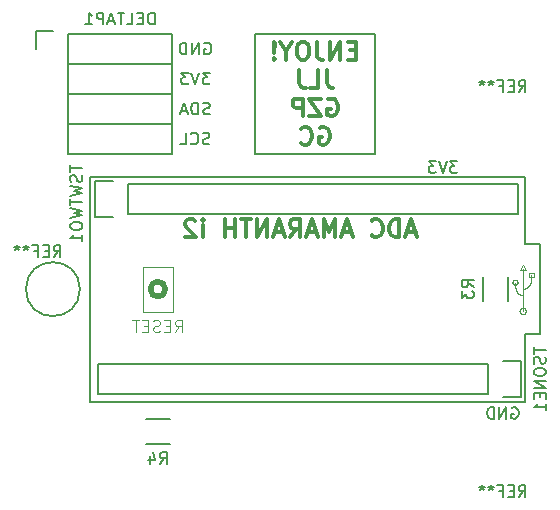
<source format=gbo>
G04 #@! TF.FileFunction,Legend,Bot*
%FSLAX46Y46*%
G04 Gerber Fmt 4.6, Leading zero omitted, Abs format (unit mm)*
G04 Created by KiCad (PCBNEW 4.0.1-stable) date 17/06/2016 16:01:18*
%MOMM*%
G01*
G04 APERTURE LIST*
%ADD10C,0.100000*%
%ADD11C,0.150000*%
%ADD12C,0.500000*%
%ADD13C,0.200000*%
%ADD14C,0.300000*%
G04 APERTURE END LIST*
D10*
D11*
X46355000Y28575000D02*
X46355000Y20955000D01*
D10*
X15422381Y21137619D02*
X15755715Y21613810D01*
X15993810Y21137619D02*
X15993810Y22137619D01*
X15612857Y22137619D01*
X15517619Y22090000D01*
X15470000Y22042381D01*
X15422381Y21947143D01*
X15422381Y21804286D01*
X15470000Y21709048D01*
X15517619Y21661429D01*
X15612857Y21613810D01*
X15993810Y21613810D01*
X14993810Y21661429D02*
X14660476Y21661429D01*
X14517619Y21137619D02*
X14993810Y21137619D01*
X14993810Y22137619D01*
X14517619Y22137619D01*
X14136667Y21185238D02*
X13993810Y21137619D01*
X13755714Y21137619D01*
X13660476Y21185238D01*
X13612857Y21232857D01*
X13565238Y21328095D01*
X13565238Y21423333D01*
X13612857Y21518571D01*
X13660476Y21566190D01*
X13755714Y21613810D01*
X13946191Y21661429D01*
X14041429Y21709048D01*
X14089048Y21756667D01*
X14136667Y21851905D01*
X14136667Y21947143D01*
X14089048Y22042381D01*
X14041429Y22090000D01*
X13946191Y22137619D01*
X13708095Y22137619D01*
X13565238Y22090000D01*
X13136667Y21661429D02*
X12803333Y21661429D01*
X12660476Y21137619D02*
X13136667Y21137619D01*
X13136667Y22137619D01*
X12660476Y22137619D01*
X12374762Y22137619D02*
X11803333Y22137619D01*
X12089048Y21137619D02*
X12089048Y22137619D01*
X12700000Y22860000D02*
X12700000Y26670000D01*
X15240000Y22860000D02*
X12700000Y22860000D01*
X15240000Y26670000D02*
X15240000Y22860000D01*
X12700000Y26670000D02*
X15240000Y26670000D01*
D12*
X14605000Y24765000D02*
G75*
G03X14605000Y24765000I-635000J0D01*
G01*
D11*
X8255000Y15240000D02*
X8255000Y34290000D01*
X45085000Y15240000D02*
X8255000Y15240000D01*
X45085000Y20955000D02*
X45085000Y15240000D01*
X46355000Y20955000D02*
X45085000Y20955000D01*
X45085000Y28575000D02*
X46355000Y28575000D01*
X45085000Y34290000D02*
X45085000Y28575000D01*
X8255000Y34290000D02*
X45085000Y34290000D01*
D10*
X44862453Y26480879D02*
X44862453Y22915404D01*
X44975189Y26735098D02*
X44975189Y26735098D01*
X44876195Y24228267D02*
X44886451Y24227847D01*
X44866001Y24228852D02*
X44876195Y24228267D01*
X44855870Y24229587D02*
X44866001Y24228852D01*
X44845801Y24230487D02*
X44855870Y24229587D01*
X44835793Y24231522D02*
X44845801Y24230487D01*
X44825849Y24232722D02*
X44835793Y24231522D01*
X44815969Y24234072D02*
X44825849Y24232722D01*
X44806153Y24235572D02*
X44815969Y24234072D01*
X44796401Y24237222D02*
X44806153Y24235572D01*
X44786713Y24239022D02*
X44796401Y24237222D01*
X44777090Y24240972D02*
X44786713Y24239022D01*
X44767534Y24243072D02*
X44777090Y24240972D01*
X44758043Y24245322D02*
X44767534Y24243072D01*
X44748617Y24247722D02*
X44758043Y24245322D01*
X44739260Y24250257D02*
X44748617Y24247722D01*
X44729968Y24252942D02*
X44739260Y24250257D01*
X44720744Y24255777D02*
X44729968Y24252942D01*
X44711588Y24258762D02*
X44720744Y24255777D01*
X44702501Y24261882D02*
X44711588Y24258762D01*
X44693482Y24265152D02*
X44702501Y24261882D01*
X44684533Y24268557D02*
X44693482Y24265152D01*
X44675651Y24272112D02*
X44684533Y24268557D01*
X44666840Y24275802D02*
X44675651Y24272112D01*
X44658100Y24279642D02*
X44666840Y24275802D01*
X44649430Y24283617D02*
X44658100Y24279642D01*
X44640832Y24287727D02*
X44649430Y24283617D01*
X44632304Y24291972D02*
X44640832Y24287727D01*
X44623847Y24296367D02*
X44632304Y24291972D01*
X44615464Y24300882D02*
X44623847Y24296367D01*
X44607154Y24305547D02*
X44615464Y24300882D01*
X44598916Y24310347D02*
X44607154Y24305547D01*
X44590751Y24315282D02*
X44598916Y24310347D01*
X44582660Y24320352D02*
X44590751Y24315282D01*
X44574644Y24325557D02*
X44582660Y24320352D01*
X44566702Y24330897D02*
X44574644Y24325557D01*
X44558834Y24336357D02*
X44566702Y24330897D01*
X44551043Y24341952D02*
X44558834Y24336357D01*
X44543327Y24347682D02*
X44551043Y24341952D01*
X44535688Y24353547D02*
X44543327Y24347682D01*
X44528125Y24359547D02*
X44535688Y24353547D01*
X44520638Y24365667D02*
X44528125Y24359547D01*
X44513230Y24371907D02*
X44520638Y24365667D01*
X44505899Y24378282D02*
X44513230Y24371907D01*
X44498647Y24384792D02*
X44505899Y24378282D01*
X44491472Y24391422D02*
X44498647Y24384792D01*
X44484377Y24398172D02*
X44491472Y24391422D01*
X44477360Y24405057D02*
X44484377Y24398172D01*
X44470424Y24412062D02*
X44477360Y24405057D01*
X44463569Y24419187D02*
X44470424Y24412062D01*
X44456794Y24426432D02*
X44463569Y24419187D01*
X44450098Y24433812D02*
X44456794Y24426432D01*
X44443486Y24441297D02*
X44450098Y24433812D01*
X44436953Y24448917D02*
X44443486Y24441297D01*
X44430505Y24456657D02*
X44436953Y24448917D01*
X44424137Y24464502D02*
X44430505Y24456657D01*
X44417854Y24472482D02*
X44424137Y24464502D01*
X44411653Y24480567D02*
X44417854Y24472482D01*
X44405536Y24488787D02*
X44411653Y24480567D01*
X44399504Y24497112D02*
X44405536Y24488787D01*
X44393555Y24505542D02*
X44399504Y24497112D01*
X44387692Y24514107D02*
X44393555Y24505542D01*
X44381914Y24522777D02*
X44387692Y24514107D01*
X44376221Y24531567D02*
X44381914Y24522777D01*
X44370616Y24540462D02*
X44376221Y24531567D01*
X44365096Y24549477D02*
X44370616Y24540462D01*
X44359663Y24558597D02*
X44365096Y24549477D01*
X44354317Y24567837D02*
X44359663Y24558597D01*
X44349059Y24577182D02*
X44354317Y24567837D01*
X44343890Y24586632D02*
X44349059Y24577182D01*
X44338808Y24596202D02*
X44343890Y24586632D01*
X44333816Y24605877D02*
X44338808Y24596202D01*
X44328913Y24615657D02*
X44333816Y24605877D01*
X44324099Y24625542D02*
X44328913Y24615657D01*
X44319377Y24635532D02*
X44324099Y24625542D01*
X44314744Y24645642D02*
X44319377Y24635532D01*
X44310202Y24655842D02*
X44314744Y24645642D01*
X44305751Y24666147D02*
X44310202Y24655842D01*
X44301392Y24676572D02*
X44305751Y24666147D01*
X44297125Y24687087D02*
X44301392Y24676572D01*
X44292950Y24697707D02*
X44297125Y24687087D01*
X44288869Y24708417D02*
X44292950Y24697707D01*
X44284880Y24719247D02*
X44288869Y24708417D01*
X44280985Y24730167D02*
X44284880Y24719247D01*
X44277185Y24741192D02*
X44280985Y24730167D01*
X44273479Y24752307D02*
X44277185Y24741192D01*
X44269867Y24763527D02*
X44273479Y24752307D01*
X44266351Y24774852D02*
X44269867Y24763527D01*
X44262931Y24786267D02*
X44266351Y24774852D01*
X44259605Y24797772D02*
X44262931Y24786267D01*
X44256377Y24809382D02*
X44259605Y24797772D01*
X44253247Y24821082D02*
X44256377Y24809382D01*
X44250212Y24832872D02*
X44253247Y24821082D01*
X44247275Y24844752D02*
X44250212Y24832872D01*
X44244437Y24856737D02*
X44247275Y24844752D01*
X44241697Y24868812D02*
X44244437Y24856737D01*
X44239056Y24880977D02*
X44241697Y24868812D01*
X44236514Y24893232D02*
X44239056Y24880977D01*
X44234071Y24905577D02*
X44236514Y24893232D01*
X44231729Y24918012D02*
X44234071Y24905577D01*
X44229487Y24930537D02*
X44231729Y24918012D01*
X44227345Y24943137D02*
X44229487Y24930537D01*
X44225305Y24955842D02*
X44227345Y24943137D01*
X44223367Y24968622D02*
X44225305Y24955842D01*
X44221531Y24981492D02*
X44223367Y24968622D01*
X44219797Y24994452D02*
X44221531Y24981492D01*
X44218165Y25007487D02*
X44219797Y24994452D01*
X44216637Y25020612D02*
X44218165Y25007487D01*
X44215213Y25033827D02*
X44216637Y25020612D01*
X44213892Y25047117D02*
X44215213Y25033827D01*
X44212676Y25060482D02*
X44213892Y25047117D01*
X44211564Y25073937D02*
X44212676Y25060482D01*
X44210558Y25087482D02*
X44211564Y25073937D01*
X44209657Y25101087D02*
X44210558Y25087482D01*
X44208863Y25114782D02*
X44209657Y25101087D01*
X44208174Y25128552D02*
X44208863Y25114782D01*
X44207593Y25142397D02*
X44208174Y25128552D01*
X44207118Y25156332D02*
X44207593Y25142397D01*
X44206751Y25170327D02*
X44207118Y25156332D01*
X44206492Y25184412D02*
X44206751Y25170327D01*
X44206341Y25198557D02*
X44206492Y25184412D01*
X44206300Y25212792D02*
X44206341Y25198557D01*
X44206367Y25227087D02*
X44206300Y25212792D01*
X44206543Y25241472D02*
X44206367Y25227087D01*
X44206830Y25255917D02*
X44206543Y25241472D01*
X44207227Y25270437D02*
X44206830Y25255917D01*
X44207735Y25285017D02*
X44207227Y25270437D01*
X44208354Y25299672D02*
X44207735Y25285017D01*
X45579200Y25977432D02*
X45579130Y25977777D01*
X45579331Y25976682D02*
X45579200Y25977432D01*
X45579515Y25975527D02*
X45579331Y25976682D01*
X45579754Y25973982D02*
X45579515Y25975527D01*
X45580039Y25972062D02*
X45579754Y25973982D01*
X45580370Y25969752D02*
X45580039Y25972062D01*
X45580742Y25967082D02*
X45580370Y25969752D01*
X45581153Y25964037D02*
X45580742Y25967082D01*
X45581599Y25960632D02*
X45581153Y25964037D01*
X45582076Y25956867D02*
X45581599Y25960632D01*
X45582580Y25952757D02*
X45582076Y25956867D01*
X45583108Y25948317D02*
X45582580Y25952757D01*
X45583658Y25943532D02*
X45583108Y25948317D01*
X45584225Y25938417D02*
X45583658Y25943532D01*
X45584806Y25932987D02*
X45584225Y25938417D01*
X45585398Y25927242D02*
X45584806Y25932987D01*
X45585997Y25921167D02*
X45585398Y25927242D01*
X45586598Y25914807D02*
X45585997Y25921167D01*
X45587201Y25908147D02*
X45586598Y25914807D01*
X45587800Y25901202D02*
X45587201Y25908147D01*
X45588392Y25893957D02*
X45587800Y25901202D01*
X45588974Y25886442D02*
X45588392Y25893957D01*
X45589543Y25878657D02*
X45588974Y25886442D01*
X45590095Y25870602D02*
X45589543Y25878657D01*
X45590626Y25862277D02*
X45590095Y25870602D01*
X45591133Y25853712D02*
X45590626Y25862277D01*
X45591613Y25844907D02*
X45591133Y25853712D01*
X45592061Y25835847D02*
X45591613Y25844907D01*
X45592475Y25826562D02*
X45592061Y25835847D01*
X45592852Y25817037D02*
X45592475Y25826562D01*
X45593188Y25807302D02*
X45592852Y25817037D01*
X45593477Y25797342D02*
X45593188Y25807302D01*
X45593720Y25787187D02*
X45593477Y25797342D01*
X45593911Y25776807D02*
X45593720Y25787187D01*
X45594047Y25766247D02*
X45593911Y25776807D01*
X45594124Y25755492D02*
X45594047Y25766247D01*
X45594140Y25744557D02*
X45594124Y25755492D01*
X45594089Y25733442D02*
X45594140Y25744557D01*
X45593971Y25722147D02*
X45594089Y25733442D01*
X45593779Y25710702D02*
X45593971Y25722147D01*
X45593512Y25699092D02*
X45593779Y25710702D01*
X45593167Y25687317D02*
X45593512Y25699092D01*
X45592738Y25675407D02*
X45593167Y25687317D01*
X45592222Y25663362D02*
X45592738Y25675407D01*
X45591617Y25651182D02*
X45592222Y25663362D01*
X45590920Y25638867D02*
X45591617Y25651182D01*
X45590126Y25626432D02*
X45590920Y25638867D01*
X45589232Y25613877D02*
X45590126Y25626432D01*
X45588235Y25601232D02*
X45589232Y25613877D01*
X45587131Y25588467D02*
X45588235Y25601232D01*
X45585916Y25575612D02*
X45587131Y25588467D01*
X45584587Y25562667D02*
X45585916Y25575612D01*
X45583142Y25549647D02*
X45584587Y25562667D01*
X45581576Y25536537D02*
X45583142Y25549647D01*
X45579886Y25523352D02*
X45581576Y25536537D01*
X45578068Y25510122D02*
X45579886Y25523352D01*
X45576119Y25496817D02*
X45578068Y25510122D01*
X45574036Y25483467D02*
X45576119Y25496817D01*
X45571816Y25470072D02*
X45574036Y25483467D01*
X45569453Y25456632D02*
X45571816Y25470072D01*
X45566945Y25443162D02*
X45569453Y25456632D01*
X45564290Y25429677D02*
X45566945Y25443162D01*
X45561482Y25416162D02*
X45564290Y25429677D01*
X45558520Y25402632D02*
X45561482Y25416162D01*
X45555400Y25389087D02*
X45558520Y25402632D01*
X45552116Y25375557D02*
X45555400Y25389087D01*
X45548668Y25362012D02*
X45552116Y25375557D01*
X45545051Y25348497D02*
X45548668Y25362012D01*
X45541261Y25334982D02*
X45545051Y25348497D01*
X45537295Y25321497D02*
X45541261Y25334982D01*
X45533150Y25308057D02*
X45537295Y25321497D01*
X45528823Y25294632D02*
X45533150Y25308057D01*
X45524308Y25281252D02*
X45528823Y25294632D01*
X45519604Y25267932D02*
X45524308Y25281252D01*
X45514708Y25254657D02*
X45519604Y25267932D01*
X45509614Y25241457D02*
X45514708Y25254657D01*
X45504320Y25228317D02*
X45509614Y25241457D01*
X45498824Y25215252D02*
X45504320Y25228317D01*
X45493120Y25202262D02*
X45498824Y25215252D01*
X45487205Y25189362D02*
X45493120Y25202262D01*
X45481078Y25176552D02*
X45487205Y25189362D01*
X45474731Y25163847D02*
X45481078Y25176552D01*
X45468166Y25151232D02*
X45474731Y25163847D01*
X45461375Y25138752D02*
X45468166Y25151232D01*
X45454358Y25126377D02*
X45461375Y25138752D01*
X45447109Y25114122D02*
X45454358Y25126377D01*
X45439625Y25102002D02*
X45447109Y25114122D01*
X45431903Y25090017D02*
X45439625Y25102002D01*
X45423940Y25078182D02*
X45431903Y25090017D01*
X45415732Y25066497D02*
X45423940Y25078182D01*
X45407276Y25054962D02*
X45415732Y25066497D01*
X45398567Y25043592D02*
X45407276Y25054962D01*
X45389605Y25032387D02*
X45398567Y25043592D01*
X45380383Y25021362D02*
X45389605Y25032387D01*
X45370898Y25010502D02*
X45380383Y25021362D01*
X45361148Y24999852D02*
X45370898Y25010502D01*
X45351130Y24989382D02*
X45361148Y24999852D01*
X45340838Y24979107D02*
X45351130Y24989382D01*
X45330271Y24969057D02*
X45340838Y24979107D01*
X45319423Y24959202D02*
X45330271Y24969057D01*
X45308294Y24949572D02*
X45319423Y24959202D01*
X45296878Y24940167D02*
X45308294Y24949572D01*
X45285172Y24931002D02*
X45296878Y24940167D01*
X45273173Y24922062D02*
X45285172Y24931002D01*
X45260878Y24913362D02*
X45273173Y24922062D01*
X45248281Y24904932D02*
X45260878Y24913362D01*
X45235382Y24896742D02*
X45248281Y24904932D01*
X45222175Y24888822D02*
X45235382Y24896742D01*
X45208658Y24881157D02*
X45222175Y24888822D01*
X45194827Y24873792D02*
X45208658Y24881157D01*
X45180679Y24866682D02*
X45194827Y24873792D01*
X45166210Y24859872D02*
X45180679Y24866682D01*
X45151417Y24853362D02*
X45166210Y24859872D01*
X45136295Y24847152D02*
X45151417Y24853362D01*
X45120842Y24841242D02*
X45136295Y24847152D01*
X45105056Y24835647D02*
X45120842Y24841242D01*
X45088931Y24830367D02*
X45105056Y24835647D01*
X45072464Y24825417D02*
X45088931Y24830367D01*
X45055652Y24820812D02*
X45072464Y24825417D01*
X45038492Y24816522D02*
X45055652Y24820812D01*
X45020980Y24812592D02*
X45038492Y24816522D01*
X45003113Y24809007D02*
X45020980Y24812592D01*
X44984887Y24805782D02*
X45003113Y24809007D01*
X44966297Y24802917D02*
X44984887Y24805782D01*
X44947343Y24800427D02*
X44966297Y24802917D01*
X44928020Y24798312D02*
X44947343Y24800427D01*
X44908324Y24796572D02*
X44928020Y24798312D01*
X44589510Y22911759D02*
X44589510Y22911759D01*
X44975189Y26735098D02*
X44975189Y26735098D01*
X44589510Y22911759D02*
X44589510Y22911759D01*
X45411428Y26138185D02*
X45411428Y26138185D01*
X45411428Y26138185D02*
X45411428Y26138185D01*
X45411428Y25773617D02*
X45411428Y26138185D01*
X45775996Y25773617D02*
X45411428Y25773617D01*
X45775996Y26138185D02*
X45775996Y25773617D01*
X45411428Y26138185D02*
X45775996Y26138185D01*
X45132908Y26353792D02*
X45132908Y26353792D01*
X45132908Y26353792D02*
X45132908Y26353792D01*
X44859538Y26820550D02*
X45132908Y26353792D01*
X44591999Y26350426D02*
X44859538Y26820550D01*
X45132908Y26353792D02*
X44591999Y26350426D01*
X44427874Y25336136D02*
X44427874Y25336136D01*
X44427874Y25336136D02*
X44427874Y25336136D01*
X45128101Y22911759D02*
X45128101Y22911759D01*
X45128101Y22911759D02*
X45128101Y22911759D01*
X44427856Y25338987D02*
X44427874Y25336137D01*
X44427802Y25341837D02*
X44427856Y25338987D01*
X44427710Y25344687D02*
X44427802Y25341837D01*
X44427584Y25347522D02*
X44427710Y25344687D01*
X44427421Y25350342D02*
X44427584Y25347522D01*
X44427223Y25353147D02*
X44427421Y25350342D01*
X44426990Y25355952D02*
X44427223Y25353147D01*
X44426722Y25358742D02*
X44426990Y25355952D01*
X44426419Y25361532D02*
X44426722Y25358742D01*
X44426081Y25364292D02*
X44426419Y25361532D01*
X44425709Y25367067D02*
X44426081Y25364292D01*
X44425304Y25369812D02*
X44425709Y25367067D01*
X44424863Y25372542D02*
X44425304Y25369812D01*
X44424389Y25375272D02*
X44424863Y25372542D01*
X44423882Y25377987D02*
X44424389Y25375272D01*
X44423342Y25380702D02*
X44423882Y25377987D01*
X44422769Y25383387D02*
X44423342Y25380702D01*
X44422162Y25386072D02*
X44422769Y25383387D01*
X44421523Y25388742D02*
X44422162Y25386072D01*
X44420852Y25391397D02*
X44421523Y25388742D01*
X44420149Y25394037D02*
X44420852Y25391397D01*
X44419414Y25396662D02*
X44420149Y25394037D01*
X44418646Y25399272D02*
X44419414Y25396662D01*
X44417848Y25401882D02*
X44418646Y25399272D01*
X44417017Y25404462D02*
X44417848Y25401882D01*
X44416156Y25407042D02*
X44417017Y25404462D01*
X44415265Y25409607D02*
X44416156Y25407042D01*
X44414342Y25412142D02*
X44415265Y25409607D01*
X44413390Y25414677D02*
X44414342Y25412142D01*
X44412406Y25417197D02*
X44413390Y25414677D01*
X44411393Y25419687D02*
X44412406Y25417197D01*
X44410351Y25422177D02*
X44411393Y25419687D01*
X44409278Y25424652D02*
X44410351Y25422177D01*
X44408177Y25427097D02*
X44409278Y25424652D01*
X44407046Y25429542D02*
X44408177Y25427097D01*
X44405887Y25431957D02*
X44407046Y25429542D01*
X44404699Y25434372D02*
X44405887Y25431957D01*
X44403482Y25436757D02*
X44404699Y25434372D01*
X44402239Y25439127D02*
X44403482Y25436757D01*
X44400965Y25441482D02*
X44402239Y25439127D01*
X44399666Y25443822D02*
X44400965Y25441482D01*
X44398337Y25446132D02*
X44399666Y25443822D01*
X44396983Y25448442D02*
X44398337Y25446132D01*
X44395601Y25450722D02*
X44396983Y25448442D01*
X44394191Y25452987D02*
X44395601Y25450722D01*
X44392756Y25455237D02*
X44394191Y25452987D01*
X44391293Y25457457D02*
X44392756Y25455237D01*
X44389805Y25459677D02*
X44391293Y25457457D01*
X44388292Y25461867D02*
X44389805Y25459677D01*
X44386751Y25464027D02*
X44388292Y25461867D01*
X44385187Y25466187D02*
X44386751Y25464027D01*
X44383595Y25468317D02*
X44385187Y25466187D01*
X44381980Y25470432D02*
X44383595Y25468317D01*
X44380339Y25472517D02*
X44381980Y25470432D01*
X44378674Y25474587D02*
X44380339Y25472517D01*
X44376983Y25476642D02*
X44378674Y25474587D01*
X44375270Y25478667D02*
X44376983Y25476642D01*
X44373532Y25480677D02*
X44375270Y25478667D01*
X44371771Y25482672D02*
X44373532Y25480677D01*
X44369984Y25484637D02*
X44371771Y25482672D01*
X44368177Y25486572D02*
X44369984Y25484637D01*
X44366345Y25488492D02*
X44368177Y25486572D01*
X44364490Y25490397D02*
X44366345Y25488492D01*
X44362613Y25492272D02*
X44364490Y25490397D01*
X44360714Y25494132D02*
X44362613Y25492272D01*
X44358791Y25495962D02*
X44360714Y25494132D01*
X44356849Y25497762D02*
X44358791Y25495962D01*
X44354882Y25499547D02*
X44356849Y25497762D01*
X44352895Y25501317D02*
X44354882Y25499547D01*
X44350888Y25503057D02*
X44352895Y25501317D01*
X44348858Y25504767D02*
X44350888Y25503057D01*
X44346808Y25506462D02*
X44348858Y25504767D01*
X44344736Y25508127D02*
X44346808Y25506462D01*
X44342645Y25509762D02*
X44344736Y25508127D01*
X44340533Y25511382D02*
X44342645Y25509762D01*
X44338402Y25512972D02*
X44340533Y25511382D01*
X44336249Y25514532D02*
X44338402Y25512972D01*
X44334079Y25516077D02*
X44336249Y25514532D01*
X44331889Y25517592D02*
X44334079Y25516077D01*
X44329679Y25519077D02*
X44331889Y25517592D01*
X44327450Y25520532D02*
X44329679Y25519077D01*
X44325203Y25521972D02*
X44327450Y25520532D01*
X44322938Y25523382D02*
X44325203Y25521972D01*
X44320654Y25524762D02*
X44322938Y25523382D01*
X44318353Y25526127D02*
X44320654Y25524762D01*
X44316034Y25527447D02*
X44318353Y25526127D01*
X44313697Y25528752D02*
X44316034Y25527447D01*
X44311342Y25530027D02*
X44313697Y25528752D01*
X44308970Y25531272D02*
X44311342Y25530027D01*
X44306582Y25532487D02*
X44308970Y25531272D01*
X44304176Y25533672D02*
X44306582Y25532487D01*
X44301755Y25534827D02*
X44304176Y25533672D01*
X44299318Y25535967D02*
X44301755Y25534827D01*
X44296864Y25537062D02*
X44299318Y25535967D01*
X44294395Y25538127D02*
X44296864Y25537062D01*
X44291909Y25539177D02*
X44294395Y25538127D01*
X44289409Y25540182D02*
X44291909Y25539177D01*
X44286893Y25541172D02*
X44289409Y25540182D01*
X44284363Y25542132D02*
X44286893Y25541172D01*
X44281817Y25543047D02*
X44284363Y25542132D01*
X44279258Y25543932D02*
X44281817Y25543047D01*
X44276684Y25544802D02*
X44279258Y25543932D01*
X44274095Y25545627D02*
X44276684Y25544802D01*
X44271494Y25546422D02*
X44274095Y25545627D01*
X44268878Y25547202D02*
X44271494Y25546422D01*
X44266250Y25547937D02*
X44268878Y25547202D01*
X44263609Y25548642D02*
X44266250Y25547937D01*
X44260954Y25549302D02*
X44263609Y25548642D01*
X44258287Y25549947D02*
X44260954Y25549302D01*
X44255606Y25550547D02*
X44258287Y25549947D01*
X44252914Y25551132D02*
X44255606Y25550547D01*
X44250209Y25551672D02*
X44252914Y25551132D01*
X44247494Y25552167D02*
X44250209Y25551672D01*
X44244766Y25552647D02*
X44247494Y25552167D01*
X44242027Y25553082D02*
X44244766Y25552647D01*
X44239277Y25553487D02*
X44242027Y25553082D01*
X44236516Y25553862D02*
X44239277Y25553487D01*
X44233744Y25554207D02*
X44236516Y25553862D01*
X44230962Y25554507D02*
X44233744Y25554207D01*
X44228170Y25554777D02*
X44230962Y25554507D01*
X44225367Y25555002D02*
X44228170Y25554777D01*
X44222555Y25555197D02*
X44225367Y25555002D01*
X44219733Y25555362D02*
X44222555Y25555197D01*
X44216902Y25555497D02*
X44219733Y25555362D01*
X44214061Y25555587D02*
X44216902Y25555497D01*
X44211212Y25555632D02*
X44214061Y25555587D01*
X44208354Y25555662D02*
X44211212Y25555632D01*
X44205496Y25555632D02*
X44208354Y25555662D01*
X44202646Y25555587D02*
X44205496Y25555632D01*
X44199806Y25555497D02*
X44202646Y25555587D01*
X44196974Y25555362D02*
X44199806Y25555497D01*
X44194152Y25555197D02*
X44196974Y25555362D01*
X44191340Y25555002D02*
X44194152Y25555197D01*
X44188537Y25554777D02*
X44191340Y25555002D01*
X44185745Y25554507D02*
X44188537Y25554777D01*
X44182963Y25554207D02*
X44185745Y25554507D01*
X44180191Y25553862D02*
X44182963Y25554207D01*
X44177430Y25553487D02*
X44180191Y25553862D01*
X44174680Y25553082D02*
X44177430Y25553487D01*
X44171941Y25552647D02*
X44174680Y25553082D01*
X44169213Y25552167D02*
X44171941Y25552647D01*
X44166497Y25551672D02*
X44169213Y25552167D01*
X44163793Y25551132D02*
X44166497Y25551672D01*
X44161101Y25550547D02*
X44163793Y25551132D01*
X44158421Y25549947D02*
X44161101Y25550547D01*
X44155754Y25549302D02*
X44158421Y25549947D01*
X44153099Y25548642D02*
X44155754Y25549302D01*
X44150457Y25547937D02*
X44153099Y25548642D01*
X44147828Y25547202D02*
X44150457Y25547937D01*
X44145213Y25546422D02*
X44147828Y25547202D01*
X44142611Y25545627D02*
X44145213Y25546422D01*
X44140023Y25544802D02*
X44142611Y25545627D01*
X44137450Y25543932D02*
X44140023Y25544802D01*
X44134890Y25543047D02*
X44137450Y25543932D01*
X44132345Y25542132D02*
X44134890Y25543047D01*
X44129814Y25541172D02*
X44132345Y25542132D01*
X44127299Y25540182D02*
X44129814Y25541172D01*
X44124798Y25539177D02*
X44127299Y25540182D01*
X44122313Y25538127D02*
X44124798Y25539177D01*
X44119843Y25537062D02*
X44122313Y25538127D01*
X44117390Y25535967D02*
X44119843Y25537062D01*
X44114952Y25534827D02*
X44117390Y25535967D01*
X44112530Y25533672D02*
X44114952Y25534827D01*
X44110125Y25532487D02*
X44112530Y25533672D01*
X44107737Y25531272D02*
X44110125Y25532487D01*
X44105365Y25530027D02*
X44107737Y25531272D01*
X44103011Y25528752D02*
X44105365Y25530027D01*
X44100674Y25527447D02*
X44103011Y25528752D01*
X44098354Y25526127D02*
X44100674Y25527447D01*
X44096053Y25524762D02*
X44098354Y25526127D01*
X44093769Y25523382D02*
X44096053Y25524762D01*
X44091504Y25521972D02*
X44093769Y25523382D01*
X44089257Y25520532D02*
X44091504Y25521972D01*
X44087028Y25519077D02*
X44089257Y25520532D01*
X44084819Y25517592D02*
X44087028Y25519077D01*
X44082628Y25516077D02*
X44084819Y25517592D01*
X44080457Y25514532D02*
X44082628Y25516077D01*
X44078306Y25512972D02*
X44080457Y25514532D01*
X44076174Y25511382D02*
X44078306Y25512972D01*
X44074063Y25509762D02*
X44076174Y25511382D01*
X44071971Y25508127D02*
X44074063Y25509762D01*
X44069900Y25506462D02*
X44071971Y25508127D01*
X44067850Y25504767D02*
X44069900Y25506462D01*
X44065820Y25503057D02*
X44067850Y25504767D01*
X44063812Y25501317D02*
X44065820Y25503057D01*
X44061825Y25499547D02*
X44063812Y25501317D01*
X44059859Y25497762D02*
X44061825Y25499547D01*
X44057915Y25495962D02*
X44059859Y25497762D01*
X44055994Y25494132D02*
X44057915Y25495962D01*
X44054094Y25492272D02*
X44055994Y25494132D01*
X44052217Y25490397D02*
X44054094Y25492272D01*
X44050362Y25488492D02*
X44052217Y25490397D01*
X44048531Y25486572D02*
X44050362Y25488492D01*
X44046722Y25484637D02*
X44048531Y25486572D01*
X44044937Y25482672D02*
X44046722Y25484637D01*
X44043175Y25480677D02*
X44044937Y25482672D01*
X44041437Y25478667D02*
X44043175Y25480677D01*
X44039723Y25476642D02*
X44041437Y25478667D01*
X44038034Y25474587D02*
X44039723Y25476642D01*
X44036368Y25472517D02*
X44038034Y25474587D01*
X44034728Y25470432D02*
X44036368Y25472517D01*
X44033112Y25468317D02*
X44034728Y25470432D01*
X44031521Y25466187D02*
X44033112Y25468317D01*
X44029956Y25464027D02*
X44031521Y25466187D01*
X44028416Y25461867D02*
X44029956Y25464027D01*
X44026901Y25459677D02*
X44028416Y25461867D01*
X44025413Y25457457D02*
X44026901Y25459677D01*
X44023951Y25455237D02*
X44025413Y25457457D01*
X44022516Y25452987D02*
X44023951Y25455237D01*
X44021107Y25450722D02*
X44022516Y25452987D01*
X44019724Y25448442D02*
X44021107Y25450722D01*
X44018369Y25446132D02*
X44019724Y25448442D01*
X44017042Y25443822D02*
X44018369Y25446132D01*
X44015741Y25441482D02*
X44017042Y25443822D01*
X44014469Y25439127D02*
X44015741Y25441482D01*
X44013224Y25436757D02*
X44014469Y25439127D01*
X44012008Y25434372D02*
X44013224Y25436757D01*
X44010820Y25431957D02*
X44012008Y25434372D01*
X44009661Y25429542D02*
X44010820Y25431957D01*
X44008530Y25427097D02*
X44009661Y25429542D01*
X44007429Y25424652D02*
X44008530Y25427097D01*
X44006356Y25422177D02*
X44007429Y25424652D01*
X44005314Y25419687D02*
X44006356Y25422177D01*
X44004301Y25417197D02*
X44005314Y25419687D01*
X44003318Y25414677D02*
X44004301Y25417197D01*
X44002365Y25412142D02*
X44003318Y25414677D01*
X44001443Y25409607D02*
X44002365Y25412142D01*
X44000551Y25407042D02*
X44001443Y25409607D01*
X43999690Y25404462D02*
X44000551Y25407042D01*
X43998860Y25401882D02*
X43999690Y25404462D01*
X43998061Y25399272D02*
X43998860Y25401882D01*
X43997294Y25396662D02*
X43998061Y25399272D01*
X43996559Y25394037D02*
X43997294Y25396662D01*
X43995855Y25391397D02*
X43996559Y25394037D01*
X43995184Y25388742D02*
X43995855Y25391397D01*
X43994545Y25386072D02*
X43995184Y25388742D01*
X43993939Y25383387D02*
X43994545Y25386072D01*
X43993365Y25380702D02*
X43993939Y25383387D01*
X43992824Y25377987D02*
X43993365Y25380702D01*
X43992317Y25375272D02*
X43992824Y25377987D01*
X43991844Y25372542D02*
X43992317Y25375272D01*
X43991404Y25369812D02*
X43991844Y25372542D01*
X43990997Y25367067D02*
X43991404Y25369812D01*
X43990626Y25364292D02*
X43990997Y25367067D01*
X43990288Y25361532D02*
X43990626Y25364292D01*
X43989985Y25358742D02*
X43990288Y25361532D01*
X43989717Y25355952D02*
X43989985Y25358742D01*
X43989484Y25353147D02*
X43989717Y25355952D01*
X43989286Y25350342D02*
X43989484Y25353147D01*
X43989124Y25347522D02*
X43989286Y25350342D01*
X43988997Y25344687D02*
X43989124Y25347522D01*
X43988906Y25341837D02*
X43988997Y25344687D01*
X43988851Y25338987D02*
X43988906Y25341837D01*
X43988833Y25336137D02*
X43988851Y25338987D01*
X43988851Y25333272D02*
X43988833Y25336137D01*
X43988906Y25330422D02*
X43988851Y25333272D01*
X43988997Y25327587D02*
X43988906Y25330422D01*
X43989124Y25324752D02*
X43988997Y25327587D01*
X43989286Y25321932D02*
X43989124Y25324752D01*
X43989484Y25319127D02*
X43989286Y25321932D01*
X43989717Y25316322D02*
X43989484Y25319127D01*
X43989985Y25313532D02*
X43989717Y25316322D01*
X43990288Y25310742D02*
X43989985Y25313532D01*
X43990626Y25307967D02*
X43990288Y25310742D01*
X43990997Y25305207D02*
X43990626Y25307967D01*
X43991404Y25302462D02*
X43990997Y25305207D01*
X43991844Y25299717D02*
X43991404Y25302462D01*
X43992317Y25297002D02*
X43991844Y25299717D01*
X43992824Y25294287D02*
X43992317Y25297002D01*
X43993365Y25291572D02*
X43992824Y25294287D01*
X43993939Y25288887D02*
X43993365Y25291572D01*
X43994545Y25286202D02*
X43993939Y25288887D01*
X43995184Y25283532D02*
X43994545Y25286202D01*
X43995855Y25280877D02*
X43995184Y25283532D01*
X43996559Y25278237D02*
X43995855Y25280877D01*
X43997294Y25275612D02*
X43996559Y25278237D01*
X43998061Y25273002D02*
X43997294Y25275612D01*
X43998860Y25270392D02*
X43998061Y25273002D01*
X43999690Y25267812D02*
X43998860Y25270392D01*
X44000551Y25265232D02*
X43999690Y25267812D01*
X44001443Y25262667D02*
X44000551Y25265232D01*
X44002365Y25260132D02*
X44001443Y25262667D01*
X44003318Y25257597D02*
X44002365Y25260132D01*
X44004301Y25255077D02*
X44003318Y25257597D01*
X44005314Y25252587D02*
X44004301Y25255077D01*
X44006356Y25250097D02*
X44005314Y25252587D01*
X44007429Y25247622D02*
X44006356Y25250097D01*
X44008530Y25245177D02*
X44007429Y25247622D01*
X44009661Y25242732D02*
X44008530Y25245177D01*
X44010820Y25240317D02*
X44009661Y25242732D01*
X44012008Y25237902D02*
X44010820Y25240317D01*
X44013224Y25235517D02*
X44012008Y25237902D01*
X44014469Y25233147D02*
X44013224Y25235517D01*
X44015741Y25230792D02*
X44014469Y25233147D01*
X44017042Y25228452D02*
X44015741Y25230792D01*
X44018369Y25226142D02*
X44017042Y25228452D01*
X44019724Y25223832D02*
X44018369Y25226142D01*
X44021107Y25221552D02*
X44019724Y25223832D01*
X44022516Y25219287D02*
X44021107Y25221552D01*
X44023951Y25217037D02*
X44022516Y25219287D01*
X44025413Y25214817D02*
X44023951Y25217037D01*
X44026901Y25212597D02*
X44025413Y25214817D01*
X44028416Y25210407D02*
X44026901Y25212597D01*
X44029956Y25208247D02*
X44028416Y25210407D01*
X44031521Y25206087D02*
X44029956Y25208247D01*
X44033112Y25203957D02*
X44031521Y25206087D01*
X44034728Y25201842D02*
X44033112Y25203957D01*
X44036368Y25199757D02*
X44034728Y25201842D01*
X44038034Y25197687D02*
X44036368Y25199757D01*
X44039723Y25195632D02*
X44038034Y25197687D01*
X44041437Y25193607D02*
X44039723Y25195632D01*
X44043175Y25191597D02*
X44041437Y25193607D01*
X44044937Y25189602D02*
X44043175Y25191597D01*
X44046722Y25187637D02*
X44044937Y25189602D01*
X44048531Y25185702D02*
X44046722Y25187637D01*
X44050362Y25183782D02*
X44048531Y25185702D01*
X44052217Y25181877D02*
X44050362Y25183782D01*
X44054094Y25180002D02*
X44052217Y25181877D01*
X44055994Y25178142D02*
X44054094Y25180002D01*
X44057915Y25176312D02*
X44055994Y25178142D01*
X44059859Y25174512D02*
X44057915Y25176312D01*
X44061825Y25172727D02*
X44059859Y25174512D01*
X44063812Y25170957D02*
X44061825Y25172727D01*
X44065820Y25169217D02*
X44063812Y25170957D01*
X44067850Y25167507D02*
X44065820Y25169217D01*
X44069900Y25165812D02*
X44067850Y25167507D01*
X44071971Y25164147D02*
X44069900Y25165812D01*
X44074063Y25162512D02*
X44071971Y25164147D01*
X44076174Y25160892D02*
X44074063Y25162512D01*
X44078306Y25159302D02*
X44076174Y25160892D01*
X44080457Y25157742D02*
X44078306Y25159302D01*
X44082628Y25156197D02*
X44080457Y25157742D01*
X44084819Y25154682D02*
X44082628Y25156197D01*
X44087028Y25153197D02*
X44084819Y25154682D01*
X44089257Y25151727D02*
X44087028Y25153197D01*
X44091504Y25150302D02*
X44089257Y25151727D01*
X44093769Y25148892D02*
X44091504Y25150302D01*
X44096053Y25147512D02*
X44093769Y25148892D01*
X44098354Y25146147D02*
X44096053Y25147512D01*
X44100674Y25144827D02*
X44098354Y25146147D01*
X44103011Y25143522D02*
X44100674Y25144827D01*
X44105365Y25142247D02*
X44103011Y25143522D01*
X44107737Y25141002D02*
X44105365Y25142247D01*
X44110125Y25139787D02*
X44107737Y25141002D01*
X44112530Y25138602D02*
X44110125Y25139787D01*
X44114952Y25137447D02*
X44112530Y25138602D01*
X44117390Y25136307D02*
X44114952Y25137447D01*
X44119843Y25135212D02*
X44117390Y25136307D01*
X44122313Y25134132D02*
X44119843Y25135212D01*
X44124798Y25133097D02*
X44122313Y25134132D01*
X44127299Y25132077D02*
X44124798Y25133097D01*
X44129814Y25131102D02*
X44127299Y25132077D01*
X44132345Y25130142D02*
X44129814Y25131102D01*
X44134890Y25129227D02*
X44132345Y25130142D01*
X44137450Y25128327D02*
X44134890Y25129227D01*
X44140023Y25127472D02*
X44137450Y25128327D01*
X44142611Y25126647D02*
X44140023Y25127472D01*
X44145213Y25125837D02*
X44142611Y25126647D01*
X44147828Y25125072D02*
X44145213Y25125837D01*
X44150457Y25124337D02*
X44147828Y25125072D01*
X44153099Y25123632D02*
X44150457Y25124337D01*
X44155754Y25122972D02*
X44153099Y25123632D01*
X44158421Y25122327D02*
X44155754Y25122972D01*
X44161101Y25121727D02*
X44158421Y25122327D01*
X44163793Y25121142D02*
X44161101Y25121727D01*
X44166497Y25120602D02*
X44163793Y25121142D01*
X44169213Y25120107D02*
X44166497Y25120602D01*
X44171941Y25119627D02*
X44169213Y25120107D01*
X44174680Y25119192D02*
X44171941Y25119627D01*
X44177430Y25118787D02*
X44174680Y25119192D01*
X44180191Y25118412D02*
X44177430Y25118787D01*
X44182963Y25118067D02*
X44180191Y25118412D01*
X44185745Y25117767D02*
X44182963Y25118067D01*
X44188537Y25117497D02*
X44185745Y25117767D01*
X44191340Y25117272D02*
X44188537Y25117497D01*
X44194152Y25117062D02*
X44191340Y25117272D01*
X44196974Y25116912D02*
X44194152Y25117062D01*
X44199806Y25116777D02*
X44196974Y25116912D01*
X44202646Y25116687D02*
X44199806Y25116777D01*
X44205496Y25116627D02*
X44202646Y25116687D01*
X44208354Y25116612D02*
X44205496Y25116627D01*
X44211212Y25116627D02*
X44208354Y25116612D01*
X44214061Y25116687D02*
X44211212Y25116627D01*
X44216902Y25116777D02*
X44214061Y25116687D01*
X44219733Y25116912D02*
X44216902Y25116777D01*
X44222555Y25117062D02*
X44219733Y25116912D01*
X44225367Y25117272D02*
X44222555Y25117062D01*
X44228170Y25117497D02*
X44225367Y25117272D01*
X44230962Y25117767D02*
X44228170Y25117497D01*
X44233744Y25118067D02*
X44230962Y25117767D01*
X44236516Y25118412D02*
X44233744Y25118067D01*
X44239277Y25118787D02*
X44236516Y25118412D01*
X44242027Y25119192D02*
X44239277Y25118787D01*
X44244766Y25119627D02*
X44242027Y25119192D01*
X44247494Y25120107D02*
X44244766Y25119627D01*
X44250209Y25120602D02*
X44247494Y25120107D01*
X44252914Y25121142D02*
X44250209Y25120602D01*
X44255606Y25121727D02*
X44252914Y25121142D01*
X44258287Y25122327D02*
X44255606Y25121727D01*
X44260954Y25122972D02*
X44258287Y25122327D01*
X44263609Y25123632D02*
X44260954Y25122972D01*
X44266250Y25124337D02*
X44263609Y25123632D01*
X44268878Y25125072D02*
X44266250Y25124337D01*
X44271494Y25125837D02*
X44268878Y25125072D01*
X44274095Y25126647D02*
X44271494Y25125837D01*
X44276684Y25127472D02*
X44274095Y25126647D01*
X44279258Y25128327D02*
X44276684Y25127472D01*
X44281817Y25129227D02*
X44279258Y25128327D01*
X44284363Y25130142D02*
X44281817Y25129227D01*
X44286893Y25131102D02*
X44284363Y25130142D01*
X44289409Y25132077D02*
X44286893Y25131102D01*
X44291909Y25133097D02*
X44289409Y25132077D01*
X44294395Y25134132D02*
X44291909Y25133097D01*
X44296864Y25135212D02*
X44294395Y25134132D01*
X44299318Y25136307D02*
X44296864Y25135212D01*
X44301755Y25137447D02*
X44299318Y25136307D01*
X44304176Y25138602D02*
X44301755Y25137447D01*
X44306582Y25139787D02*
X44304176Y25138602D01*
X44308970Y25141002D02*
X44306582Y25139787D01*
X44311342Y25142247D02*
X44308970Y25141002D01*
X44313697Y25143522D02*
X44311342Y25142247D01*
X44316034Y25144827D02*
X44313697Y25143522D01*
X44318353Y25146147D02*
X44316034Y25144827D01*
X44320654Y25147512D02*
X44318353Y25146147D01*
X44322938Y25148892D02*
X44320654Y25147512D01*
X44325203Y25150302D02*
X44322938Y25148892D01*
X44327450Y25151727D02*
X44325203Y25150302D01*
X44329679Y25153197D02*
X44327450Y25151727D01*
X44331889Y25154682D02*
X44329679Y25153197D01*
X44334079Y25156197D02*
X44331889Y25154682D01*
X44336249Y25157742D02*
X44334079Y25156197D01*
X44338402Y25159302D02*
X44336249Y25157742D01*
X44340533Y25160892D02*
X44338402Y25159302D01*
X44342645Y25162512D02*
X44340533Y25160892D01*
X44344736Y25164147D02*
X44342645Y25162512D01*
X44346808Y25165812D02*
X44344736Y25164147D01*
X44348858Y25167507D02*
X44346808Y25165812D01*
X44350888Y25169217D02*
X44348858Y25167507D01*
X44352895Y25170957D02*
X44350888Y25169217D01*
X44354882Y25172727D02*
X44352895Y25170957D01*
X44356849Y25174512D02*
X44354882Y25172727D01*
X44358791Y25176312D02*
X44356849Y25174512D01*
X44360714Y25178142D02*
X44358791Y25176312D01*
X44362613Y25180002D02*
X44360714Y25178142D01*
X44364490Y25181877D02*
X44362613Y25180002D01*
X44366345Y25183782D02*
X44364490Y25181877D01*
X44368177Y25185702D02*
X44366345Y25183782D01*
X44369984Y25187637D02*
X44368177Y25185702D01*
X44371771Y25189602D02*
X44369984Y25187637D01*
X44373532Y25191597D02*
X44371771Y25189602D01*
X44375270Y25193607D02*
X44373532Y25191597D01*
X44376983Y25195632D02*
X44375270Y25193607D01*
X44378674Y25197687D02*
X44376983Y25195632D01*
X44380339Y25199757D02*
X44378674Y25197687D01*
X44381980Y25201842D02*
X44380339Y25199757D01*
X44383595Y25203957D02*
X44381980Y25201842D01*
X44385187Y25206087D02*
X44383595Y25203957D01*
X44386751Y25208247D02*
X44385187Y25206087D01*
X44388292Y25210407D02*
X44386751Y25208247D01*
X44389805Y25212597D02*
X44388292Y25210407D01*
X44391293Y25214817D02*
X44389805Y25212597D01*
X44392756Y25217037D02*
X44391293Y25214817D01*
X44394191Y25219287D02*
X44392756Y25217037D01*
X44395601Y25221552D02*
X44394191Y25219287D01*
X44396983Y25223832D02*
X44395601Y25221552D01*
X44398337Y25226142D02*
X44396983Y25223832D01*
X44399666Y25228452D02*
X44398337Y25226142D01*
X44400965Y25230792D02*
X44399666Y25228452D01*
X44402239Y25233147D02*
X44400965Y25230792D01*
X44403482Y25235517D02*
X44402239Y25233147D01*
X44404699Y25237902D02*
X44403482Y25235517D01*
X44405887Y25240317D02*
X44404699Y25237902D01*
X44407046Y25242732D02*
X44405887Y25240317D01*
X44408177Y25245177D02*
X44407046Y25242732D01*
X44409278Y25247622D02*
X44408177Y25245177D01*
X44410351Y25250097D02*
X44409278Y25247622D01*
X44411393Y25252587D02*
X44410351Y25250097D01*
X44412406Y25255077D02*
X44411393Y25252587D01*
X44413390Y25257597D02*
X44412406Y25255077D01*
X44414342Y25260132D02*
X44413390Y25257597D01*
X44415265Y25262667D02*
X44414342Y25260132D01*
X44416156Y25265232D02*
X44415265Y25262667D01*
X44417017Y25267812D02*
X44416156Y25265232D01*
X44417848Y25270392D02*
X44417017Y25267812D01*
X44418646Y25273002D02*
X44417848Y25270392D01*
X44419414Y25275612D02*
X44418646Y25273002D01*
X44420149Y25278237D02*
X44419414Y25275612D01*
X44420852Y25280877D02*
X44420149Y25278237D01*
X44421523Y25283532D02*
X44420852Y25280877D01*
X44422162Y25286202D02*
X44421523Y25283532D01*
X44422769Y25288887D02*
X44422162Y25286202D01*
X44423342Y25291572D02*
X44422769Y25288887D01*
X44423882Y25294287D02*
X44423342Y25291572D01*
X44424389Y25297002D02*
X44423882Y25294287D01*
X44424863Y25299717D02*
X44424389Y25297002D01*
X44425304Y25302462D02*
X44424863Y25299717D01*
X44425709Y25305207D02*
X44425304Y25302462D01*
X44426081Y25307967D02*
X44425709Y25305207D01*
X44426419Y25310742D02*
X44426081Y25307967D01*
X44426722Y25313532D02*
X44426419Y25310742D01*
X44426990Y25316322D02*
X44426722Y25313532D01*
X44427223Y25319127D02*
X44426990Y25316322D01*
X44427421Y25321932D02*
X44427223Y25319127D01*
X44427584Y25324752D02*
X44427421Y25321932D01*
X44427710Y25327587D02*
X44427584Y25324752D01*
X44427802Y25330422D02*
X44427710Y25327587D01*
X44427856Y25333272D02*
X44427802Y25330422D01*
X44427874Y25336137D02*
X44427856Y25333272D01*
X45128078Y22915218D02*
X45128101Y22911759D01*
X45128012Y22918666D02*
X45128078Y22915218D01*
X45127903Y22922103D02*
X45128012Y22918666D01*
X45127750Y22925529D02*
X45127903Y22922103D01*
X45127553Y22928944D02*
X45127750Y22925529D01*
X45127313Y22932348D02*
X45127553Y22928944D01*
X45127031Y22935739D02*
X45127313Y22932348D01*
X45126707Y22939119D02*
X45127031Y22935739D01*
X45126340Y22942485D02*
X45126707Y22939119D01*
X45125932Y22945839D02*
X45126340Y22942485D01*
X45125482Y22949181D02*
X45125932Y22945839D01*
X45124990Y22952508D02*
X45125482Y22949181D01*
X45124457Y22955823D02*
X45124990Y22952508D01*
X45123884Y22959123D02*
X45124457Y22955823D01*
X45123271Y22962411D02*
X45123884Y22959123D01*
X45122617Y22965682D02*
X45123271Y22962411D01*
X45121922Y22968940D02*
X45122617Y22965682D01*
X45121189Y22972183D02*
X45121922Y22968940D01*
X45120416Y22975411D02*
X45121189Y22972183D01*
X45119603Y22978624D02*
X45120416Y22975411D01*
X45118753Y22981821D02*
X45119603Y22978624D01*
X45117862Y22985002D02*
X45118753Y22981821D01*
X45116933Y22988167D02*
X45117862Y22985002D01*
X45115967Y22991316D02*
X45116933Y22988167D01*
X45114962Y22994446D02*
X45115967Y22991316D01*
X45113921Y22997562D02*
X45114962Y22994446D01*
X45112841Y23000659D02*
X45113921Y22997562D01*
X45111725Y23003739D02*
X45112841Y23000659D01*
X45110573Y23006802D02*
X45111725Y23003739D01*
X45109384Y23009845D02*
X45110573Y23006802D01*
X45108157Y23012872D02*
X45109384Y23009845D01*
X45106895Y23015878D02*
X45108157Y23012872D01*
X45105598Y23018868D02*
X45106895Y23015878D01*
X45104266Y23021836D02*
X45105598Y23018868D01*
X45102898Y23024787D02*
X45104266Y23021836D01*
X45101494Y23027718D02*
X45102898Y23024787D01*
X45100057Y23030628D02*
X45101494Y23027718D01*
X45098585Y23033518D02*
X45100057Y23030628D01*
X45097078Y23036388D02*
X45098585Y23033518D01*
X45095539Y23039236D02*
X45097078Y23036388D01*
X45093965Y23042065D02*
X45095539Y23039236D01*
X45092359Y23044872D02*
X45093965Y23042065D01*
X45090719Y23047657D02*
X45092359Y23044872D01*
X45089045Y23050420D02*
X45090719Y23047657D01*
X45087341Y23053162D02*
X45089045Y23050420D01*
X45085604Y23055882D02*
X45087341Y23053162D01*
X45083834Y23058577D02*
X45085604Y23055882D01*
X45082033Y23061252D02*
X45083834Y23058577D01*
X45080201Y23063902D02*
X45082033Y23061252D01*
X45078338Y23066529D02*
X45080201Y23063902D01*
X45076444Y23069133D02*
X45078338Y23066529D01*
X45074518Y23071713D02*
X45076444Y23069133D01*
X45072563Y23074267D02*
X45074518Y23071713D01*
X45070577Y23076799D02*
X45072563Y23074267D01*
X45068563Y23079306D02*
X45070577Y23076799D01*
X45066517Y23081787D02*
X45068563Y23079306D01*
X45064444Y23084242D02*
X45066517Y23081787D01*
X45062341Y23086672D02*
X45064444Y23084242D01*
X45060208Y23089077D02*
X45062341Y23086672D01*
X45058048Y23091456D02*
X45060208Y23089077D01*
X45055859Y23093808D02*
X45058048Y23091456D01*
X45053642Y23096134D02*
X45055859Y23093808D01*
X45051398Y23098432D02*
X45053642Y23096134D01*
X45049127Y23100703D02*
X45051398Y23098432D01*
X45046828Y23102949D02*
X45049127Y23100703D01*
X45044503Y23105164D02*
X45046828Y23102949D01*
X45042151Y23107353D02*
X45044503Y23105164D01*
X45039772Y23109514D02*
X45042151Y23107353D01*
X45037367Y23111646D02*
X45039772Y23109514D01*
X45034937Y23113749D02*
X45037367Y23111646D01*
X45032480Y23115823D02*
X45034937Y23113749D01*
X45029999Y23117868D02*
X45032480Y23115823D01*
X45027493Y23119882D02*
X45029999Y23117868D01*
X45024962Y23121868D02*
X45027493Y23119882D01*
X45022408Y23123824D02*
X45024962Y23121868D01*
X45019828Y23125749D02*
X45022408Y23123824D01*
X45017224Y23127643D02*
X45019828Y23125749D01*
X45014597Y23129506D02*
X45017224Y23127643D01*
X45011947Y23131339D02*
X45014597Y23129506D01*
X45009272Y23133139D02*
X45011947Y23131339D01*
X45006575Y23134909D02*
X45009272Y23133139D01*
X45003857Y23136646D02*
X45006575Y23134909D01*
X45001115Y23138352D02*
X45003857Y23136646D01*
X44998352Y23140024D02*
X45001115Y23138352D01*
X44995567Y23141664D02*
X44998352Y23140024D01*
X44992759Y23143270D02*
X44995567Y23141664D01*
X44989931Y23144844D02*
X44992759Y23143270D01*
X44987083Y23146384D02*
X44989931Y23144844D01*
X44984212Y23147890D02*
X44987083Y23146384D01*
X44981323Y23149362D02*
X44984212Y23147890D01*
X44978411Y23150800D02*
X44981323Y23149362D01*
X44975482Y23152203D02*
X44978411Y23150800D01*
X44972531Y23153571D02*
X44975482Y23152203D01*
X44969563Y23154903D02*
X44972531Y23153571D01*
X44966573Y23156200D02*
X44969563Y23154903D01*
X44963566Y23157463D02*
X44966573Y23156200D01*
X44960540Y23158689D02*
X44963566Y23157463D01*
X44957497Y23159878D02*
X44960540Y23158689D01*
X44954434Y23161032D02*
X44957497Y23159878D01*
X44951354Y23162148D02*
X44954434Y23161032D01*
X44948257Y23163226D02*
X44951354Y23162148D01*
X44945141Y23164269D02*
X44948257Y23163226D01*
X44942009Y23165272D02*
X44945141Y23164269D01*
X44938861Y23166240D02*
X44942009Y23165272D01*
X44935697Y23167167D02*
X44938861Y23166240D01*
X44932516Y23168058D02*
X44935697Y23167167D01*
X44929319Y23168908D02*
X44932516Y23168058D01*
X44926106Y23169721D02*
X44929319Y23168908D01*
X44922878Y23170494D02*
X44926106Y23169721D01*
X44919635Y23171229D02*
X44922878Y23170494D01*
X44916377Y23171922D02*
X44919635Y23171229D01*
X44913104Y23172576D02*
X44916377Y23171922D01*
X44909818Y23173191D02*
X44913104Y23172576D01*
X44906518Y23173764D02*
X44909818Y23173191D01*
X44903203Y23174296D02*
X44906518Y23173764D01*
X44899874Y23174787D02*
X44903203Y23174296D01*
X44896534Y23175237D02*
X44899874Y23174787D01*
X44893180Y23175646D02*
X44896534Y23175237D01*
X44889812Y23176012D02*
X44893180Y23175646D01*
X44886433Y23176336D02*
X44889812Y23176012D01*
X44883043Y23176618D02*
X44886433Y23176336D01*
X44879639Y23176858D02*
X44883043Y23176618D01*
X44876224Y23177055D02*
X44879639Y23176858D01*
X44872798Y23177208D02*
X44876224Y23177055D01*
X44869360Y23177319D02*
X44872798Y23177208D01*
X44865913Y23177385D02*
X44869360Y23177319D01*
X44862454Y23177406D02*
X44865913Y23177385D01*
X44858995Y23177385D02*
X44862454Y23177406D01*
X44855546Y23177319D02*
X44858995Y23177385D01*
X44852110Y23177208D02*
X44855546Y23177319D01*
X44848684Y23177055D02*
X44852110Y23177208D01*
X44845268Y23176858D02*
X44848684Y23177055D01*
X44841865Y23176618D02*
X44845268Y23176858D01*
X44838473Y23176336D02*
X44841865Y23176618D01*
X44835094Y23176012D02*
X44838473Y23176336D01*
X44831728Y23175646D02*
X44835094Y23176012D01*
X44828374Y23175237D02*
X44831728Y23175646D01*
X44825032Y23174787D02*
X44828374Y23175237D01*
X44821705Y23174296D02*
X44825032Y23174787D01*
X44818390Y23173764D02*
X44821705Y23174296D01*
X44815088Y23173191D02*
X44818390Y23173764D01*
X44811802Y23172576D02*
X44815088Y23173191D01*
X44808530Y23171922D02*
X44811802Y23172576D01*
X44805272Y23171229D02*
X44808530Y23171922D01*
X44802029Y23170494D02*
X44805272Y23171229D01*
X44798801Y23169721D02*
X44802029Y23170494D01*
X44795588Y23168908D02*
X44798801Y23169721D01*
X44792392Y23168058D02*
X44795588Y23168908D01*
X44789210Y23167167D02*
X44792392Y23168058D01*
X44786045Y23166240D02*
X44789210Y23167167D01*
X44782897Y23165272D02*
X44786045Y23166240D01*
X44779765Y23164269D02*
X44782897Y23165272D01*
X44776651Y23163226D02*
X44779765Y23164269D01*
X44773553Y23162148D02*
X44776651Y23163226D01*
X44770474Y23161032D02*
X44773553Y23162148D01*
X44767411Y23159878D02*
X44770474Y23161032D01*
X44764367Y23158689D02*
X44767411Y23159878D01*
X44761340Y23157463D02*
X44764367Y23158689D01*
X44758333Y23156200D02*
X44761340Y23157463D01*
X44755345Y23154903D02*
X44758333Y23156200D01*
X44752375Y23153571D02*
X44755345Y23154903D01*
X44749426Y23152203D02*
X44752375Y23153571D01*
X44746495Y23150800D02*
X44749426Y23152203D01*
X44743585Y23149362D02*
X44746495Y23150800D01*
X44740694Y23147890D02*
X44743585Y23149362D01*
X44737825Y23146384D02*
X44740694Y23147890D01*
X44734976Y23144844D02*
X44737825Y23146384D01*
X44732147Y23143270D02*
X44734976Y23144844D01*
X44729341Y23141664D02*
X44732147Y23143270D01*
X44726555Y23140024D02*
X44729341Y23141664D01*
X44723792Y23138352D02*
X44726555Y23140024D01*
X44721050Y23136646D02*
X44723792Y23138352D01*
X44718331Y23134909D02*
X44721050Y23136646D01*
X44715634Y23133139D02*
X44718331Y23134909D01*
X44712961Y23131339D02*
X44715634Y23133139D01*
X44710310Y23129506D02*
X44712961Y23131339D01*
X44707682Y23127643D02*
X44710310Y23129506D01*
X44705080Y23125749D02*
X44707682Y23127643D01*
X44702500Y23123824D02*
X44705080Y23125749D01*
X44699944Y23121868D02*
X44702500Y23123824D01*
X44697413Y23119882D02*
X44699944Y23121868D01*
X44694907Y23117868D02*
X44697413Y23119882D01*
X44692426Y23115823D02*
X44694907Y23117868D01*
X44689970Y23113749D02*
X44692426Y23115823D01*
X44687540Y23111646D02*
X44689970Y23113749D01*
X44685136Y23109514D02*
X44687540Y23111646D01*
X44682757Y23107353D02*
X44685136Y23109514D01*
X44680405Y23105164D02*
X44682757Y23107353D01*
X44678078Y23102949D02*
X44680405Y23105164D01*
X44675780Y23100703D02*
X44678078Y23102949D01*
X44673508Y23098432D02*
X44675780Y23100703D01*
X44671264Y23096134D02*
X44673508Y23098432D01*
X44669048Y23093808D02*
X44671264Y23096134D01*
X44666860Y23091456D02*
X44669048Y23093808D01*
X44664698Y23089077D02*
X44666860Y23091456D01*
X44662567Y23086672D02*
X44664698Y23089077D01*
X44660464Y23084242D02*
X44662567Y23086672D01*
X44658389Y23081787D02*
X44660464Y23084242D01*
X44656345Y23079306D02*
X44658389Y23081787D01*
X44654330Y23076799D02*
X44656345Y23079306D01*
X44652344Y23074267D02*
X44654330Y23076799D01*
X44650388Y23071713D02*
X44652344Y23074267D01*
X44648464Y23069133D02*
X44650388Y23071713D01*
X44646569Y23066529D02*
X44648464Y23069133D01*
X44644706Y23063902D02*
X44646569Y23066529D01*
X44642873Y23061252D02*
X44644706Y23063902D01*
X44641073Y23058577D02*
X44642873Y23061252D01*
X44639303Y23055882D02*
X44641073Y23058577D01*
X44637566Y23053162D02*
X44639303Y23055882D01*
X44635861Y23050420D02*
X44637566Y23053162D01*
X44634188Y23047657D02*
X44635861Y23050420D01*
X44632549Y23044872D02*
X44634188Y23047657D01*
X44630942Y23042065D02*
X44632549Y23044872D01*
X44629369Y23039236D02*
X44630942Y23042065D01*
X44627828Y23036388D02*
X44629369Y23039236D01*
X44626322Y23033518D02*
X44627828Y23036388D01*
X44624851Y23030628D02*
X44626322Y23033518D01*
X44623412Y23027718D02*
X44624851Y23030628D01*
X44622010Y23024787D02*
X44623412Y23027718D01*
X44620642Y23021836D02*
X44622010Y23024787D01*
X44619308Y23018868D02*
X44620642Y23021836D01*
X44618011Y23015878D02*
X44619308Y23018868D01*
X44616749Y23012872D02*
X44618011Y23015878D01*
X44615524Y23009845D02*
X44616749Y23012872D01*
X44614334Y23006802D02*
X44615524Y23009845D01*
X44613181Y23003739D02*
X44614334Y23006802D01*
X44612065Y23000659D02*
X44613181Y23003739D01*
X44610986Y22997562D02*
X44612065Y23000659D01*
X44609944Y22994446D02*
X44610986Y22997562D01*
X44608940Y22991316D02*
X44609944Y22994446D01*
X44607973Y22988167D02*
X44608940Y22991316D01*
X44607044Y22985002D02*
X44607973Y22988167D01*
X44606155Y22981821D02*
X44607044Y22985002D01*
X44605304Y22978624D02*
X44606155Y22981821D01*
X44604491Y22975411D02*
X44605304Y22978624D01*
X44603717Y22972183D02*
X44604491Y22975411D01*
X44602984Y22968940D02*
X44603717Y22972183D01*
X44602291Y22965682D02*
X44602984Y22968940D01*
X44601637Y22962411D02*
X44602291Y22965682D01*
X44601022Y22959123D02*
X44601637Y22962411D01*
X44600449Y22955823D02*
X44601022Y22959123D01*
X44599916Y22952508D02*
X44600449Y22955823D01*
X44599426Y22949181D02*
X44599916Y22952508D01*
X44598976Y22945839D02*
X44599426Y22949181D01*
X44598566Y22942485D02*
X44598976Y22945839D01*
X44598200Y22939119D02*
X44598566Y22942485D01*
X44597875Y22935739D02*
X44598200Y22939119D01*
X44597593Y22932348D02*
X44597875Y22935739D01*
X44597354Y22928944D02*
X44597593Y22932348D01*
X44597158Y22925529D02*
X44597354Y22928944D01*
X44597005Y22922103D02*
X44597158Y22925529D01*
X44596894Y22918666D02*
X44597005Y22922103D01*
X44596828Y22915218D02*
X44596894Y22918666D01*
X44596807Y22911759D02*
X44596828Y22915218D01*
X44596828Y22908300D02*
X44596807Y22911759D01*
X44596894Y22904853D02*
X44596828Y22908300D01*
X44597005Y22901415D02*
X44596894Y22904853D01*
X44597158Y22897989D02*
X44597005Y22901415D01*
X44597354Y22894573D02*
X44597158Y22897989D01*
X44597593Y22891170D02*
X44597354Y22894573D01*
X44597875Y22887778D02*
X44597593Y22891170D01*
X44598200Y22884400D02*
X44597875Y22887778D01*
X44598566Y22881033D02*
X44598200Y22884400D01*
X44598976Y22877679D02*
X44598566Y22881033D01*
X44599426Y22874337D02*
X44598976Y22877679D01*
X44599916Y22871010D02*
X44599426Y22874337D01*
X44600449Y22867695D02*
X44599916Y22871010D01*
X44601022Y22864395D02*
X44600449Y22867695D01*
X44601637Y22861107D02*
X44601022Y22864395D01*
X44602291Y22857835D02*
X44601637Y22861107D01*
X44602984Y22854577D02*
X44602291Y22857835D01*
X44603717Y22851334D02*
X44602984Y22854577D01*
X44604491Y22848106D02*
X44603717Y22851334D01*
X44605304Y22844894D02*
X44604491Y22848106D01*
X44606155Y22841697D02*
X44605304Y22844894D01*
X44607044Y22838516D02*
X44606155Y22841697D01*
X44607973Y22835351D02*
X44607044Y22838516D01*
X44608940Y22832203D02*
X44607973Y22835351D01*
X44609944Y22829071D02*
X44608940Y22832203D01*
X44610986Y22825956D02*
X44609944Y22829071D01*
X44612065Y22822858D02*
X44610986Y22825956D01*
X44613181Y22819778D02*
X44612065Y22822858D01*
X44614334Y22816716D02*
X44613181Y22819778D01*
X44615524Y22813672D02*
X44614334Y22816716D01*
X44616749Y22810646D02*
X44615524Y22813672D01*
X44618011Y22807639D02*
X44616749Y22810646D01*
X44619308Y22804650D02*
X44618011Y22807639D01*
X44620642Y22801681D02*
X44619308Y22804650D01*
X44622010Y22798731D02*
X44620642Y22801681D01*
X44623412Y22795801D02*
X44622010Y22798731D01*
X44624851Y22792890D02*
X44623412Y22795801D01*
X44626322Y22790000D02*
X44624851Y22792890D01*
X44627828Y22787130D02*
X44626322Y22790000D01*
X44629369Y22784281D02*
X44627828Y22787130D01*
X44630942Y22781453D02*
X44629369Y22784281D01*
X44632549Y22778646D02*
X44630942Y22781453D01*
X44634188Y22775861D02*
X44632549Y22778646D01*
X44635861Y22773097D02*
X44634188Y22775861D01*
X44637566Y22770356D02*
X44635861Y22773097D01*
X44639303Y22767637D02*
X44637566Y22770356D01*
X44641073Y22764940D02*
X44639303Y22767637D01*
X44642873Y22762266D02*
X44641073Y22764940D01*
X44644706Y22759616D02*
X44642873Y22762266D01*
X44646569Y22756988D02*
X44644706Y22759616D01*
X44648464Y22754385D02*
X44646569Y22756988D01*
X44650388Y22751805D02*
X44648464Y22754385D01*
X44652344Y22749250D02*
X44650388Y22751805D01*
X44654330Y22746719D02*
X44652344Y22749250D01*
X44656345Y22744213D02*
X44654330Y22746719D01*
X44658389Y22741731D02*
X44656345Y22744213D01*
X44660464Y22739275D02*
X44658389Y22741731D01*
X44662567Y22736845D02*
X44660464Y22739275D01*
X44664698Y22734440D02*
X44662567Y22736845D01*
X44666860Y22732062D02*
X44664698Y22734440D01*
X44669048Y22729710D02*
X44666860Y22732062D01*
X44671264Y22727384D02*
X44669048Y22729710D01*
X44673508Y22725085D02*
X44671264Y22727384D01*
X44675780Y22722814D02*
X44673508Y22725085D01*
X44678078Y22720570D02*
X44675780Y22722814D01*
X44680405Y22718353D02*
X44678078Y22720570D01*
X44682757Y22716165D02*
X44680405Y22718353D01*
X44685136Y22714004D02*
X44682757Y22716165D01*
X44687540Y22711872D02*
X44685136Y22714004D01*
X44689970Y22709769D02*
X44687540Y22711872D01*
X44692426Y22707695D02*
X44689970Y22709769D01*
X44694907Y22705650D02*
X44692426Y22707695D01*
X44697413Y22703635D02*
X44694907Y22705650D01*
X44699944Y22701650D02*
X44697413Y22703635D01*
X44702500Y22699694D02*
X44699944Y22701650D01*
X44705080Y22697769D02*
X44702500Y22699694D01*
X44707682Y22695875D02*
X44705080Y22697769D01*
X44710310Y22694011D02*
X44707682Y22695875D01*
X44712961Y22692179D02*
X44710310Y22694011D01*
X44715634Y22690378D02*
X44712961Y22692179D01*
X44718331Y22688609D02*
X44715634Y22690378D01*
X44721050Y22686871D02*
X44718331Y22688609D01*
X44723792Y22685166D02*
X44721050Y22686871D01*
X44726555Y22683494D02*
X44723792Y22685166D01*
X44729341Y22681854D02*
X44726555Y22683494D01*
X44732147Y22680247D02*
X44729341Y22681854D01*
X44734976Y22678674D02*
X44732147Y22680247D01*
X44737825Y22677134D02*
X44734976Y22678674D01*
X44740694Y22675628D02*
X44737825Y22677134D01*
X44743585Y22674156D02*
X44740694Y22675628D01*
X44746495Y22672718D02*
X44743585Y22674156D01*
X44749426Y22671315D02*
X44746495Y22672718D01*
X44752375Y22669947D02*
X44749426Y22671315D01*
X44755345Y22668614D02*
X44752375Y22669947D01*
X44758333Y22667317D02*
X44755345Y22668614D01*
X44761340Y22666055D02*
X44758333Y22667317D01*
X44764367Y22664829D02*
X44761340Y22666055D01*
X44767411Y22663640D02*
X44764367Y22664829D01*
X44770474Y22662487D02*
X44767411Y22663640D01*
X44773553Y22661370D02*
X44770474Y22662487D01*
X44776651Y22660291D02*
X44773553Y22661370D01*
X44779765Y22659249D02*
X44776651Y22660291D01*
X44782897Y22658245D02*
X44779765Y22659249D01*
X44786045Y22657279D02*
X44782897Y22658245D01*
X44789210Y22656350D02*
X44786045Y22657279D01*
X44792392Y22655460D02*
X44789210Y22656350D01*
X44795588Y22654609D02*
X44792392Y22655460D01*
X44798801Y22653797D02*
X44795588Y22654609D01*
X44802029Y22653023D02*
X44798801Y22653797D01*
X44805272Y22652290D02*
X44802029Y22653023D01*
X44808530Y22651595D02*
X44805272Y22652290D01*
X44811802Y22650941D02*
X44808530Y22651595D01*
X44815088Y22650328D02*
X44811802Y22650941D01*
X44818390Y22649754D02*
X44815088Y22650328D01*
X44821705Y22649222D02*
X44818390Y22649754D01*
X44825032Y22648730D02*
X44821705Y22649222D01*
X44828374Y22648280D02*
X44825032Y22648730D01*
X44831728Y22647872D02*
X44828374Y22648280D01*
X44835094Y22647505D02*
X44831728Y22647872D01*
X44838473Y22647181D02*
X44835094Y22647505D01*
X44841865Y22646899D02*
X44838473Y22647181D01*
X44845268Y22646659D02*
X44841865Y22646899D01*
X44848684Y22646463D02*
X44845268Y22646659D01*
X44852110Y22646309D02*
X44848684Y22646463D01*
X44855546Y22646200D02*
X44852110Y22646309D01*
X44858995Y22646134D02*
X44855546Y22646200D01*
X44862454Y22646111D02*
X44858995Y22646134D01*
X44865913Y22646134D02*
X44862454Y22646111D01*
X44869360Y22646200D02*
X44865913Y22646134D01*
X44872798Y22646309D02*
X44869360Y22646200D01*
X44876224Y22646463D02*
X44872798Y22646309D01*
X44879639Y22646659D02*
X44876224Y22646463D01*
X44883043Y22646899D02*
X44879639Y22646659D01*
X44886433Y22647181D02*
X44883043Y22646899D01*
X44889812Y22647505D02*
X44886433Y22647181D01*
X44893180Y22647872D02*
X44889812Y22647505D01*
X44896534Y22648280D02*
X44893180Y22647872D01*
X44899874Y22648730D02*
X44896534Y22648280D01*
X44903203Y22649222D02*
X44899874Y22648730D01*
X44906518Y22649754D02*
X44903203Y22649222D01*
X44909818Y22650328D02*
X44906518Y22649754D01*
X44913104Y22650941D02*
X44909818Y22650328D01*
X44916377Y22651595D02*
X44913104Y22650941D01*
X44919635Y22652290D02*
X44916377Y22651595D01*
X44922878Y22653023D02*
X44919635Y22652290D01*
X44926106Y22653797D02*
X44922878Y22653023D01*
X44929319Y22654609D02*
X44926106Y22653797D01*
X44932516Y22655460D02*
X44929319Y22654609D01*
X44935697Y22656350D02*
X44932516Y22655460D01*
X44938861Y22657279D02*
X44935697Y22656350D01*
X44942009Y22658245D02*
X44938861Y22657279D01*
X44945141Y22659249D02*
X44942009Y22658245D01*
X44948257Y22660291D02*
X44945141Y22659249D01*
X44951354Y22661370D02*
X44948257Y22660291D01*
X44954434Y22662487D02*
X44951354Y22661370D01*
X44957497Y22663640D02*
X44954434Y22662487D01*
X44960540Y22664829D02*
X44957497Y22663640D01*
X44963566Y22666055D02*
X44960540Y22664829D01*
X44966573Y22667317D02*
X44963566Y22666055D01*
X44969563Y22668614D02*
X44966573Y22667317D01*
X44972531Y22669947D02*
X44969563Y22668614D01*
X44975482Y22671315D02*
X44972531Y22669947D01*
X44978411Y22672718D02*
X44975482Y22671315D01*
X44981323Y22674156D02*
X44978411Y22672718D01*
X44984212Y22675628D02*
X44981323Y22674156D01*
X44987083Y22677134D02*
X44984212Y22675628D01*
X44989931Y22678674D02*
X44987083Y22677134D01*
X44992759Y22680247D02*
X44989931Y22678674D01*
X44995567Y22681854D02*
X44992759Y22680247D01*
X44998352Y22683494D02*
X44995567Y22681854D01*
X45001115Y22685166D02*
X44998352Y22683494D01*
X45003857Y22686871D02*
X45001115Y22685166D01*
X45006575Y22688609D02*
X45003857Y22686871D01*
X45009272Y22690378D02*
X45006575Y22688609D01*
X45011947Y22692179D02*
X45009272Y22690378D01*
X45014597Y22694011D02*
X45011947Y22692179D01*
X45017224Y22695875D02*
X45014597Y22694011D01*
X45019828Y22697769D02*
X45017224Y22695875D01*
X45022408Y22699694D02*
X45019828Y22697769D01*
X45024962Y22701650D02*
X45022408Y22699694D01*
X45027493Y22703635D02*
X45024962Y22701650D01*
X45029999Y22705650D02*
X45027493Y22703635D01*
X45032480Y22707695D02*
X45029999Y22705650D01*
X45034937Y22709769D02*
X45032480Y22707695D01*
X45037367Y22711872D02*
X45034937Y22709769D01*
X45039772Y22714004D02*
X45037367Y22711872D01*
X45042151Y22716165D02*
X45039772Y22714004D01*
X45044503Y22718353D02*
X45042151Y22716165D01*
X45046828Y22720570D02*
X45044503Y22718353D01*
X45049127Y22722814D02*
X45046828Y22720570D01*
X45051398Y22725085D02*
X45049127Y22722814D01*
X45053642Y22727384D02*
X45051398Y22725085D01*
X45055859Y22729710D02*
X45053642Y22727384D01*
X45058048Y22732062D02*
X45055859Y22729710D01*
X45060208Y22734440D02*
X45058048Y22732062D01*
X45062341Y22736845D02*
X45060208Y22734440D01*
X45064444Y22739275D02*
X45062341Y22736845D01*
X45066517Y22741731D02*
X45064444Y22739275D01*
X45068563Y22744213D02*
X45066517Y22741731D01*
X45070577Y22746719D02*
X45068563Y22744213D01*
X45072563Y22749250D02*
X45070577Y22746719D01*
X45074518Y22751805D02*
X45072563Y22749250D01*
X45076444Y22754385D02*
X45074518Y22751805D01*
X45078338Y22756988D02*
X45076444Y22754385D01*
X45080201Y22759616D02*
X45078338Y22756988D01*
X45082033Y22762266D02*
X45080201Y22759616D01*
X45083834Y22764940D02*
X45082033Y22762266D01*
X45085604Y22767637D02*
X45083834Y22764940D01*
X45087341Y22770356D02*
X45085604Y22767637D01*
X45089045Y22773097D02*
X45087341Y22770356D01*
X45090719Y22775861D02*
X45089045Y22773097D01*
X45092359Y22778646D02*
X45090719Y22775861D01*
X45093965Y22781453D02*
X45092359Y22778646D01*
X45095539Y22784281D02*
X45093965Y22781453D01*
X45097078Y22787130D02*
X45095539Y22784281D01*
X45098585Y22790000D02*
X45097078Y22787130D01*
X45100057Y22792890D02*
X45098585Y22790000D01*
X45101494Y22795801D02*
X45100057Y22792890D01*
X45102898Y22798731D02*
X45101494Y22795801D01*
X45104266Y22801681D02*
X45102898Y22798731D01*
X45105598Y22804650D02*
X45104266Y22801681D01*
X45106895Y22807639D02*
X45105598Y22804650D01*
X45108157Y22810646D02*
X45106895Y22807639D01*
X45109384Y22813672D02*
X45108157Y22810646D01*
X45110573Y22816716D02*
X45109384Y22813672D01*
X45111725Y22819778D02*
X45110573Y22816716D01*
X45112841Y22822858D02*
X45111725Y22819778D01*
X45113921Y22825956D02*
X45112841Y22822858D01*
X45114962Y22829071D02*
X45113921Y22825956D01*
X45115967Y22832203D02*
X45114962Y22829071D01*
X45116933Y22835351D02*
X45115967Y22832203D01*
X45117862Y22838516D02*
X45116933Y22835351D01*
X45118753Y22841697D02*
X45117862Y22838516D01*
X45119603Y22844894D02*
X45118753Y22841697D01*
X45120416Y22848106D02*
X45119603Y22844894D01*
X45121189Y22851334D02*
X45120416Y22848106D01*
X45121922Y22854577D02*
X45121189Y22851334D01*
X45122617Y22857835D02*
X45121922Y22854577D01*
X45123271Y22861107D02*
X45122617Y22857835D01*
X45123884Y22864395D02*
X45123271Y22861107D01*
X45124457Y22867695D02*
X45123884Y22864395D01*
X45124990Y22871010D02*
X45124457Y22867695D01*
X45125482Y22874337D02*
X45124990Y22871010D01*
X45125932Y22877679D02*
X45125482Y22874337D01*
X45126340Y22881033D02*
X45125932Y22877679D01*
X45126707Y22884400D02*
X45126340Y22881033D01*
X45127031Y22887778D02*
X45126707Y22884400D01*
X45127313Y22891170D02*
X45127031Y22887778D01*
X45127553Y22894573D02*
X45127313Y22891170D01*
X45127750Y22897989D02*
X45127553Y22894573D01*
X45127903Y22901415D02*
X45127750Y22897989D01*
X45128012Y22904853D02*
X45127903Y22901415D01*
X45128078Y22908300D02*
X45128012Y22904853D01*
X45128101Y22911759D02*
X45128078Y22908300D01*
D13*
X22225000Y36195000D02*
X22225000Y46355000D01*
X32385000Y36195000D02*
X22225000Y36195000D01*
X32385000Y46355000D02*
X32385000Y36195000D01*
X22225000Y46355000D02*
X32385000Y46355000D01*
D14*
X30769286Y44982143D02*
X30269286Y44982143D01*
X30055000Y44196429D02*
X30769286Y44196429D01*
X30769286Y45696429D01*
X30055000Y45696429D01*
X29412143Y44196429D02*
X29412143Y45696429D01*
X28555000Y44196429D01*
X28555000Y45696429D01*
X27412143Y45696429D02*
X27412143Y44625000D01*
X27483571Y44410714D01*
X27626428Y44267857D01*
X27840714Y44196429D01*
X27983571Y44196429D01*
X26412143Y45696429D02*
X26126429Y45696429D01*
X25983571Y45625000D01*
X25840714Y45482143D01*
X25769286Y45196429D01*
X25769286Y44696429D01*
X25840714Y44410714D01*
X25983571Y44267857D01*
X26126429Y44196429D01*
X26412143Y44196429D01*
X26555000Y44267857D01*
X26697857Y44410714D01*
X26769286Y44696429D01*
X26769286Y45196429D01*
X26697857Y45482143D01*
X26555000Y45625000D01*
X26412143Y45696429D01*
X24840714Y44910714D02*
X24840714Y44196429D01*
X25340714Y45696429D02*
X24840714Y44910714D01*
X24340714Y45696429D01*
X23840714Y44339286D02*
X23769286Y44267857D01*
X23840714Y44196429D01*
X23912143Y44267857D01*
X23840714Y44339286D01*
X23840714Y44196429D01*
X23840714Y44767857D02*
X23912143Y45625000D01*
X23840714Y45696429D01*
X23769286Y45625000D01*
X23840714Y44767857D01*
X23840714Y45696429D01*
X28269286Y43296429D02*
X28269286Y42225000D01*
X28340714Y42010714D01*
X28483571Y41867857D01*
X28697857Y41796429D01*
X28840714Y41796429D01*
X26840714Y41796429D02*
X27555000Y41796429D01*
X27555000Y43296429D01*
X25912143Y43296429D02*
X25912143Y42225000D01*
X25983571Y42010714D01*
X26126428Y41867857D01*
X26340714Y41796429D01*
X26483571Y41796429D01*
X28376428Y40825000D02*
X28519285Y40896429D01*
X28733571Y40896429D01*
X28947856Y40825000D01*
X29090714Y40682143D01*
X29162142Y40539286D01*
X29233571Y40253571D01*
X29233571Y40039286D01*
X29162142Y39753571D01*
X29090714Y39610714D01*
X28947856Y39467857D01*
X28733571Y39396429D01*
X28590714Y39396429D01*
X28376428Y39467857D01*
X28304999Y39539286D01*
X28304999Y40039286D01*
X28590714Y40039286D01*
X27804999Y40896429D02*
X26804999Y40896429D01*
X27804999Y39396429D01*
X26804999Y39396429D01*
X26233571Y39396429D02*
X26233571Y40896429D01*
X25662143Y40896429D01*
X25519285Y40825000D01*
X25447857Y40753571D01*
X25376428Y40610714D01*
X25376428Y40396429D01*
X25447857Y40253571D01*
X25519285Y40182143D01*
X25662143Y40110714D01*
X26233571Y40110714D01*
X27662143Y38425000D02*
X27805000Y38496429D01*
X28019286Y38496429D01*
X28233571Y38425000D01*
X28376429Y38282143D01*
X28447857Y38139286D01*
X28519286Y37853571D01*
X28519286Y37639286D01*
X28447857Y37353571D01*
X28376429Y37210714D01*
X28233571Y37067857D01*
X28019286Y36996429D01*
X27876429Y36996429D01*
X27662143Y37067857D01*
X27590714Y37139286D01*
X27590714Y37639286D01*
X27876429Y37639286D01*
X26090714Y37139286D02*
X26162143Y37067857D01*
X26376429Y36996429D01*
X26519286Y36996429D01*
X26733571Y37067857D01*
X26876429Y37210714D01*
X26947857Y37353571D01*
X27019286Y37639286D01*
X27019286Y37853571D01*
X26947857Y38139286D01*
X26876429Y38282143D01*
X26733571Y38425000D01*
X26519286Y38496429D01*
X26376429Y38496429D01*
X26162143Y38425000D01*
X26090714Y38353571D01*
D11*
X39338095Y35599619D02*
X38719047Y35599619D01*
X39052381Y35218667D01*
X38909523Y35218667D01*
X38814285Y35171048D01*
X38766666Y35123429D01*
X38719047Y35028190D01*
X38719047Y34790095D01*
X38766666Y34694857D01*
X38814285Y34647238D01*
X38909523Y34599619D01*
X39195238Y34599619D01*
X39290476Y34647238D01*
X39338095Y34694857D01*
X38433333Y35599619D02*
X38100000Y34599619D01*
X37766666Y35599619D01*
X37528571Y35599619D02*
X36909523Y35599619D01*
X37242857Y35218667D01*
X37099999Y35218667D01*
X37004761Y35171048D01*
X36957142Y35123429D01*
X36909523Y35028190D01*
X36909523Y34790095D01*
X36957142Y34694857D01*
X37004761Y34647238D01*
X37099999Y34599619D01*
X37385714Y34599619D01*
X37480952Y34647238D01*
X37528571Y34694857D01*
X43941904Y14724000D02*
X44037142Y14771619D01*
X44179999Y14771619D01*
X44322857Y14724000D01*
X44418095Y14628762D01*
X44465714Y14533524D01*
X44513333Y14343048D01*
X44513333Y14200190D01*
X44465714Y14009714D01*
X44418095Y13914476D01*
X44322857Y13819238D01*
X44179999Y13771619D01*
X44084761Y13771619D01*
X43941904Y13819238D01*
X43894285Y13866857D01*
X43894285Y14200190D01*
X44084761Y14200190D01*
X43465714Y13771619D02*
X43465714Y14771619D01*
X42894285Y13771619D01*
X42894285Y14771619D01*
X42418095Y13771619D02*
X42418095Y14771619D01*
X42180000Y14771619D01*
X42037142Y14724000D01*
X41941904Y14628762D01*
X41894285Y14533524D01*
X41846666Y14343048D01*
X41846666Y14200190D01*
X41894285Y14009714D01*
X41941904Y13914476D01*
X42037142Y13819238D01*
X42180000Y13771619D01*
X42418095Y13771619D01*
D13*
X22225000Y15875000D02*
X19685000Y15875000D01*
D11*
X18335476Y37060238D02*
X18192619Y37012619D01*
X17954523Y37012619D01*
X17859285Y37060238D01*
X17811666Y37107857D01*
X17764047Y37203095D01*
X17764047Y37298333D01*
X17811666Y37393571D01*
X17859285Y37441190D01*
X17954523Y37488810D01*
X18145000Y37536429D01*
X18240238Y37584048D01*
X18287857Y37631667D01*
X18335476Y37726905D01*
X18335476Y37822143D01*
X18287857Y37917381D01*
X18240238Y37965000D01*
X18145000Y38012619D01*
X17906904Y38012619D01*
X17764047Y37965000D01*
X16764047Y37107857D02*
X16811666Y37060238D01*
X16954523Y37012619D01*
X17049761Y37012619D01*
X17192619Y37060238D01*
X17287857Y37155476D01*
X17335476Y37250714D01*
X17383095Y37441190D01*
X17383095Y37584048D01*
X17335476Y37774524D01*
X17287857Y37869762D01*
X17192619Y37965000D01*
X17049761Y38012619D01*
X16954523Y38012619D01*
X16811666Y37965000D01*
X16764047Y37917381D01*
X15859285Y37012619D02*
X16335476Y37012619D01*
X16335476Y38012619D01*
X18359286Y39600238D02*
X18216429Y39552619D01*
X17978333Y39552619D01*
X17883095Y39600238D01*
X17835476Y39647857D01*
X17787857Y39743095D01*
X17787857Y39838333D01*
X17835476Y39933571D01*
X17883095Y39981190D01*
X17978333Y40028810D01*
X18168810Y40076429D01*
X18264048Y40124048D01*
X18311667Y40171667D01*
X18359286Y40266905D01*
X18359286Y40362143D01*
X18311667Y40457381D01*
X18264048Y40505000D01*
X18168810Y40552619D01*
X17930714Y40552619D01*
X17787857Y40505000D01*
X17359286Y39552619D02*
X17359286Y40552619D01*
X17121191Y40552619D01*
X16978333Y40505000D01*
X16883095Y40409762D01*
X16835476Y40314524D01*
X16787857Y40124048D01*
X16787857Y39981190D01*
X16835476Y39790714D01*
X16883095Y39695476D01*
X16978333Y39600238D01*
X17121191Y39552619D01*
X17359286Y39552619D01*
X16406905Y39838333D02*
X15930714Y39838333D01*
X16502143Y39552619D02*
X16168810Y40552619D01*
X15835476Y39552619D01*
X18383095Y43092619D02*
X17764047Y43092619D01*
X18097381Y42711667D01*
X17954523Y42711667D01*
X17859285Y42664048D01*
X17811666Y42616429D01*
X17764047Y42521190D01*
X17764047Y42283095D01*
X17811666Y42187857D01*
X17859285Y42140238D01*
X17954523Y42092619D01*
X18240238Y42092619D01*
X18335476Y42140238D01*
X18383095Y42187857D01*
X17478333Y43092619D02*
X17145000Y42092619D01*
X16811666Y43092619D01*
X16573571Y43092619D02*
X15954523Y43092619D01*
X16287857Y42711667D01*
X16144999Y42711667D01*
X16049761Y42664048D01*
X16002142Y42616429D01*
X15954523Y42521190D01*
X15954523Y42283095D01*
X16002142Y42187857D01*
X16049761Y42140238D01*
X16144999Y42092619D01*
X16430714Y42092619D01*
X16525952Y42140238D01*
X16573571Y42187857D01*
X17906904Y45585000D02*
X18002142Y45632619D01*
X18144999Y45632619D01*
X18287857Y45585000D01*
X18383095Y45489762D01*
X18430714Y45394524D01*
X18478333Y45204048D01*
X18478333Y45061190D01*
X18430714Y44870714D01*
X18383095Y44775476D01*
X18287857Y44680238D01*
X18144999Y44632619D01*
X18049761Y44632619D01*
X17906904Y44680238D01*
X17859285Y44727857D01*
X17859285Y45061190D01*
X18049761Y45061190D01*
X17430714Y44632619D02*
X17430714Y45632619D01*
X16859285Y44632619D01*
X16859285Y45632619D01*
X16383095Y44632619D02*
X16383095Y45632619D01*
X16145000Y45632619D01*
X16002142Y45585000D01*
X15906904Y45489762D01*
X15859285Y45394524D01*
X15811666Y45204048D01*
X15811666Y45061190D01*
X15859285Y44870714D01*
X15906904Y44775476D01*
X16002142Y44680238D01*
X16145000Y44632619D01*
X16383095Y44632619D01*
D14*
X35785000Y29595000D02*
X35070714Y29595000D01*
X35927857Y29166429D02*
X35427857Y30666429D01*
X34927857Y29166429D01*
X34427857Y29166429D02*
X34427857Y30666429D01*
X34070714Y30666429D01*
X33856429Y30595000D01*
X33713571Y30452143D01*
X33642143Y30309286D01*
X33570714Y30023571D01*
X33570714Y29809286D01*
X33642143Y29523571D01*
X33713571Y29380714D01*
X33856429Y29237857D01*
X34070714Y29166429D01*
X34427857Y29166429D01*
X32070714Y29309286D02*
X32142143Y29237857D01*
X32356429Y29166429D01*
X32499286Y29166429D01*
X32713571Y29237857D01*
X32856429Y29380714D01*
X32927857Y29523571D01*
X32999286Y29809286D01*
X32999286Y30023571D01*
X32927857Y30309286D01*
X32856429Y30452143D01*
X32713571Y30595000D01*
X32499286Y30666429D01*
X32356429Y30666429D01*
X32142143Y30595000D01*
X32070714Y30523571D01*
X30356429Y29595000D02*
X29642143Y29595000D01*
X30499286Y29166429D02*
X29999286Y30666429D01*
X29499286Y29166429D01*
X28999286Y29166429D02*
X28999286Y30666429D01*
X28499286Y29595000D01*
X27999286Y30666429D01*
X27999286Y29166429D01*
X27356429Y29595000D02*
X26642143Y29595000D01*
X27499286Y29166429D02*
X26999286Y30666429D01*
X26499286Y29166429D01*
X25142143Y29166429D02*
X25642143Y29880714D01*
X25999286Y29166429D02*
X25999286Y30666429D01*
X25427858Y30666429D01*
X25285000Y30595000D01*
X25213572Y30523571D01*
X25142143Y30380714D01*
X25142143Y30166429D01*
X25213572Y30023571D01*
X25285000Y29952143D01*
X25427858Y29880714D01*
X25999286Y29880714D01*
X24570715Y29595000D02*
X23856429Y29595000D01*
X24713572Y29166429D02*
X24213572Y30666429D01*
X23713572Y29166429D01*
X23213572Y29166429D02*
X23213572Y30666429D01*
X22356429Y29166429D01*
X22356429Y30666429D01*
X21856429Y30666429D02*
X20999286Y30666429D01*
X21427857Y29166429D02*
X21427857Y30666429D01*
X20499286Y29166429D02*
X20499286Y30666429D01*
X20499286Y29952143D02*
X19642143Y29952143D01*
X19642143Y29166429D02*
X19642143Y30666429D01*
X17785000Y29166429D02*
X17785000Y30166429D01*
X17785000Y30666429D02*
X17856429Y30595000D01*
X17785000Y30523571D01*
X17713572Y30595000D01*
X17785000Y30666429D01*
X17785000Y30523571D01*
X17142143Y30523571D02*
X17070714Y30595000D01*
X16927857Y30666429D01*
X16570714Y30666429D01*
X16427857Y30595000D01*
X16356428Y30523571D01*
X16285000Y30380714D01*
X16285000Y30237857D01*
X16356428Y30023571D01*
X17213571Y29166429D01*
X16285000Y29166429D01*
D11*
X41910000Y18415000D02*
X8890000Y18415000D01*
X8890000Y18415000D02*
X8890000Y15875000D01*
X8890000Y15875000D02*
X41910000Y15875000D01*
X44730000Y15595000D02*
X43180000Y15595000D01*
X41910000Y15875000D02*
X41910000Y18415000D01*
X43180000Y18695000D02*
X44730000Y18695000D01*
X44730000Y18695000D02*
X44730000Y15595000D01*
X11430000Y31115000D02*
X44450000Y31115000D01*
X44450000Y31115000D02*
X44450000Y33655000D01*
X44450000Y33655000D02*
X11430000Y33655000D01*
X8610000Y33935000D02*
X10160000Y33935000D01*
X11430000Y33655000D02*
X11430000Y31115000D01*
X10160000Y30835000D02*
X8610000Y30835000D01*
X8610000Y30835000D02*
X8610000Y33935000D01*
X15180000Y36195000D02*
X6350000Y36195000D01*
X15180000Y38735000D02*
X15180000Y36195000D01*
X6350000Y38735000D02*
X6350000Y36195000D01*
X6350000Y41275000D02*
X6350000Y38735000D01*
X15180000Y41275000D02*
X15180000Y38735000D01*
X15180000Y38735000D02*
X6350000Y38735000D01*
X15180000Y41275000D02*
X6350000Y41275000D01*
X15180000Y43815000D02*
X15180000Y41275000D01*
X6350000Y43815000D02*
X15180000Y43815000D01*
X6350000Y43815000D02*
X6350000Y41275000D01*
X6350000Y46355000D02*
X6350000Y43815000D01*
X3680000Y45085000D02*
X3680000Y46635000D01*
X3680000Y46635000D02*
X5080000Y46635000D01*
X6350000Y46355000D02*
X15180000Y46355000D01*
X15180000Y46355000D02*
X15180000Y43815000D01*
X15180000Y43815000D02*
X6350000Y43815000D01*
X43620000Y23765000D02*
X43620000Y25765000D01*
X41470000Y25765000D02*
X41470000Y23765000D01*
X14970000Y13775000D02*
X12970000Y13775000D01*
X12970000Y11625000D02*
X14970000Y11625000D01*
X7366000Y24765000D02*
G75*
G03X7366000Y24765000I-2286000J0D01*
G01*
X45807381Y19883095D02*
X45807381Y19311666D01*
X46807381Y19597381D02*
X45807381Y19597381D01*
X46759762Y19025952D02*
X46807381Y18883095D01*
X46807381Y18644999D01*
X46759762Y18549761D01*
X46712143Y18502142D01*
X46616905Y18454523D01*
X46521667Y18454523D01*
X46426429Y18502142D01*
X46378810Y18549761D01*
X46331190Y18644999D01*
X46283571Y18835476D01*
X46235952Y18930714D01*
X46188333Y18978333D01*
X46093095Y19025952D01*
X45997857Y19025952D01*
X45902619Y18978333D01*
X45855000Y18930714D01*
X45807381Y18835476D01*
X45807381Y18597380D01*
X45855000Y18454523D01*
X45807381Y17835476D02*
X45807381Y17644999D01*
X45855000Y17549761D01*
X45950238Y17454523D01*
X46140714Y17406904D01*
X46474048Y17406904D01*
X46664524Y17454523D01*
X46759762Y17549761D01*
X46807381Y17644999D01*
X46807381Y17835476D01*
X46759762Y17930714D01*
X46664524Y18025952D01*
X46474048Y18073571D01*
X46140714Y18073571D01*
X45950238Y18025952D01*
X45855000Y17930714D01*
X45807381Y17835476D01*
X46807381Y16978333D02*
X45807381Y16978333D01*
X46807381Y16406904D01*
X45807381Y16406904D01*
X46283571Y15930714D02*
X46283571Y15597380D01*
X46807381Y15454523D02*
X46807381Y15930714D01*
X45807381Y15930714D01*
X45807381Y15454523D01*
X46807381Y14502142D02*
X46807381Y15073571D01*
X46807381Y14787857D02*
X45807381Y14787857D01*
X45950238Y14883095D01*
X46045476Y14978333D01*
X46093095Y15073571D01*
X6564381Y35289714D02*
X6564381Y34718285D01*
X7564381Y35004000D02*
X6564381Y35004000D01*
X7516762Y34432571D02*
X7564381Y34289714D01*
X7564381Y34051618D01*
X7516762Y33956380D01*
X7469143Y33908761D01*
X7373905Y33861142D01*
X7278667Y33861142D01*
X7183429Y33908761D01*
X7135810Y33956380D01*
X7088190Y34051618D01*
X7040571Y34242095D01*
X6992952Y34337333D01*
X6945333Y34384952D01*
X6850095Y34432571D01*
X6754857Y34432571D01*
X6659619Y34384952D01*
X6612000Y34337333D01*
X6564381Y34242095D01*
X6564381Y34003999D01*
X6612000Y33861142D01*
X6564381Y33527809D02*
X7564381Y33289714D01*
X6850095Y33099237D01*
X7564381Y32908761D01*
X6564381Y32670666D01*
X6564381Y32432571D02*
X6564381Y31861142D01*
X7564381Y32146857D02*
X6564381Y32146857D01*
X6564381Y31623047D02*
X7564381Y31384952D01*
X6850095Y31194475D01*
X7564381Y31003999D01*
X6564381Y30765904D01*
X6564381Y30194476D02*
X6564381Y30003999D01*
X6612000Y29908761D01*
X6707238Y29813523D01*
X6897714Y29765904D01*
X7231048Y29765904D01*
X7421524Y29813523D01*
X7516762Y29908761D01*
X7564381Y30003999D01*
X7564381Y30194476D01*
X7516762Y30289714D01*
X7421524Y30384952D01*
X7231048Y30432571D01*
X6897714Y30432571D01*
X6707238Y30384952D01*
X6612000Y30289714D01*
X6564381Y30194476D01*
X7564381Y28813523D02*
X7564381Y29384952D01*
X7564381Y29099238D02*
X6564381Y29099238D01*
X6707238Y29194476D01*
X6802476Y29289714D01*
X6850095Y29384952D01*
X13699762Y47172619D02*
X13699762Y48172619D01*
X13461667Y48172619D01*
X13318809Y48125000D01*
X13223571Y48029762D01*
X13175952Y47934524D01*
X13128333Y47744048D01*
X13128333Y47601190D01*
X13175952Y47410714D01*
X13223571Y47315476D01*
X13318809Y47220238D01*
X13461667Y47172619D01*
X13699762Y47172619D01*
X12699762Y47696429D02*
X12366428Y47696429D01*
X12223571Y47172619D02*
X12699762Y47172619D01*
X12699762Y48172619D01*
X12223571Y48172619D01*
X11318809Y47172619D02*
X11795000Y47172619D01*
X11795000Y48172619D01*
X11128333Y48172619D02*
X10556904Y48172619D01*
X10842619Y47172619D02*
X10842619Y48172619D01*
X10271190Y47458333D02*
X9794999Y47458333D01*
X10366428Y47172619D02*
X10033095Y48172619D01*
X9699761Y47172619D01*
X9366428Y47172619D02*
X9366428Y48172619D01*
X8985475Y48172619D01*
X8890237Y48125000D01*
X8842618Y48077381D01*
X8794999Y47982143D01*
X8794999Y47839286D01*
X8842618Y47744048D01*
X8890237Y47696429D01*
X8985475Y47648810D01*
X9366428Y47648810D01*
X7842618Y47172619D02*
X8414047Y47172619D01*
X8128333Y47172619D02*
X8128333Y48172619D01*
X8223571Y48029762D01*
X8318809Y47934524D01*
X8414047Y47886905D01*
X40697381Y24931666D02*
X40221190Y25265000D01*
X40697381Y25503095D02*
X39697381Y25503095D01*
X39697381Y25122142D01*
X39745000Y25026904D01*
X39792619Y24979285D01*
X39887857Y24931666D01*
X40030714Y24931666D01*
X40125952Y24979285D01*
X40173571Y25026904D01*
X40221190Y25122142D01*
X40221190Y25503095D01*
X39697381Y24598333D02*
X39697381Y23979285D01*
X40078333Y24312619D01*
X40078333Y24169761D01*
X40125952Y24074523D01*
X40173571Y24026904D01*
X40268810Y23979285D01*
X40506905Y23979285D01*
X40602143Y24026904D01*
X40649762Y24074523D01*
X40697381Y24169761D01*
X40697381Y24455476D01*
X40649762Y24550714D01*
X40602143Y24598333D01*
X14136666Y9947619D02*
X14470000Y10423810D01*
X14708095Y9947619D02*
X14708095Y10947619D01*
X14327142Y10947619D01*
X14231904Y10900000D01*
X14184285Y10852381D01*
X14136666Y10757143D01*
X14136666Y10614286D01*
X14184285Y10519048D01*
X14231904Y10471429D01*
X14327142Y10423810D01*
X14708095Y10423810D01*
X13279523Y10614286D02*
X13279523Y9947619D01*
X13517619Y10995238D02*
X13755714Y10280952D01*
X13136666Y10280952D01*
X5143333Y27487619D02*
X5476667Y27963810D01*
X5714762Y27487619D02*
X5714762Y28487619D01*
X5333809Y28487619D01*
X5238571Y28440000D01*
X5190952Y28392381D01*
X5143333Y28297143D01*
X5143333Y28154286D01*
X5190952Y28059048D01*
X5238571Y28011429D01*
X5333809Y27963810D01*
X5714762Y27963810D01*
X4714762Y28011429D02*
X4381428Y28011429D01*
X4238571Y27487619D02*
X4714762Y27487619D01*
X4714762Y28487619D01*
X4238571Y28487619D01*
X3476666Y28011429D02*
X3810000Y28011429D01*
X3810000Y27487619D02*
X3810000Y28487619D01*
X3333809Y28487619D01*
X2810000Y28487619D02*
X2810000Y28249524D01*
X3048095Y28344762D02*
X2810000Y28249524D01*
X2571904Y28344762D01*
X2952857Y28059048D02*
X2810000Y28249524D01*
X2667142Y28059048D01*
X2048095Y28487619D02*
X2048095Y28249524D01*
X2286190Y28344762D02*
X2048095Y28249524D01*
X1809999Y28344762D01*
X2190952Y28059048D02*
X2048095Y28249524D01*
X1905237Y28059048D01*
X44513333Y7167619D02*
X44846667Y7643810D01*
X45084762Y7167619D02*
X45084762Y8167619D01*
X44703809Y8167619D01*
X44608571Y8120000D01*
X44560952Y8072381D01*
X44513333Y7977143D01*
X44513333Y7834286D01*
X44560952Y7739048D01*
X44608571Y7691429D01*
X44703809Y7643810D01*
X45084762Y7643810D01*
X44084762Y7691429D02*
X43751428Y7691429D01*
X43608571Y7167619D02*
X44084762Y7167619D01*
X44084762Y8167619D01*
X43608571Y8167619D01*
X42846666Y7691429D02*
X43180000Y7691429D01*
X43180000Y7167619D02*
X43180000Y8167619D01*
X42703809Y8167619D01*
X42180000Y8167619D02*
X42180000Y7929524D01*
X42418095Y8024762D02*
X42180000Y7929524D01*
X41941904Y8024762D01*
X42322857Y7739048D02*
X42180000Y7929524D01*
X42037142Y7739048D01*
X41418095Y8167619D02*
X41418095Y7929524D01*
X41656190Y8024762D02*
X41418095Y7929524D01*
X41179999Y8024762D01*
X41560952Y7739048D02*
X41418095Y7929524D01*
X41275237Y7739048D01*
X44513333Y41457619D02*
X44846667Y41933810D01*
X45084762Y41457619D02*
X45084762Y42457619D01*
X44703809Y42457619D01*
X44608571Y42410000D01*
X44560952Y42362381D01*
X44513333Y42267143D01*
X44513333Y42124286D01*
X44560952Y42029048D01*
X44608571Y41981429D01*
X44703809Y41933810D01*
X45084762Y41933810D01*
X44084762Y41981429D02*
X43751428Y41981429D01*
X43608571Y41457619D02*
X44084762Y41457619D01*
X44084762Y42457619D01*
X43608571Y42457619D01*
X42846666Y41981429D02*
X43180000Y41981429D01*
X43180000Y41457619D02*
X43180000Y42457619D01*
X42703809Y42457619D01*
X42180000Y42457619D02*
X42180000Y42219524D01*
X42418095Y42314762D02*
X42180000Y42219524D01*
X41941904Y42314762D01*
X42322857Y42029048D02*
X42180000Y42219524D01*
X42037142Y42029048D01*
X41418095Y42457619D02*
X41418095Y42219524D01*
X41656190Y42314762D02*
X41418095Y42219524D01*
X41179999Y42314762D01*
X41560952Y42029048D02*
X41418095Y42219524D01*
X41275237Y42029048D01*
M02*

</source>
